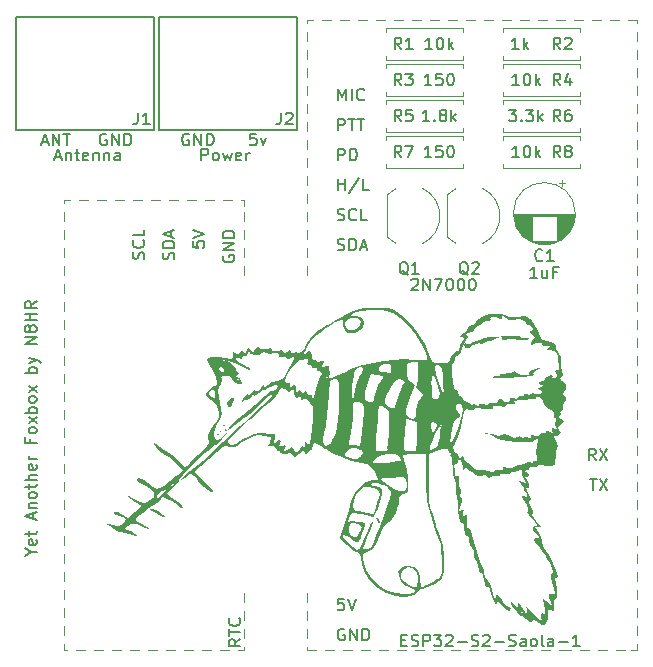
<source format=gbr>
G04 #@! TF.GenerationSoftware,KiCad,Pcbnew,6.0.9+dfsg-1*
G04 #@! TF.CreationDate,2023-03-25T11:37:50-04:00*
G04 #@! TF.ProjectId,fox,666f782e-6b69-4636-9164-5f7063625858,v3.1*
G04 #@! TF.SameCoordinates,Original*
G04 #@! TF.FileFunction,Legend,Top*
G04 #@! TF.FilePolarity,Positive*
%FSLAX46Y46*%
G04 Gerber Fmt 4.6, Leading zero omitted, Abs format (unit mm)*
G04 Created by KiCad (PCBNEW 6.0.9+dfsg-1) date 2023-03-25 11:37:50*
%MOMM*%
%LPD*%
G01*
G04 APERTURE LIST*
%ADD10C,0.120000*%
%ADD11C,0.150000*%
%ADD12C,0.152400*%
G04 APERTURE END LIST*
D10*
X135382000Y-67818000D02*
X136144000Y-67818000D01*
X129540000Y-79502000D02*
X129540000Y-80264000D01*
X132334000Y-67818000D02*
X133096000Y-67818000D01*
X139954000Y-67818000D02*
X140716000Y-67818000D01*
X157480000Y-97790000D02*
X157480000Y-98552000D01*
X129540000Y-120904000D02*
X129540000Y-121158000D01*
X129540000Y-120142000D02*
X129540000Y-119380000D01*
X129540000Y-73406000D02*
X129540000Y-74168000D01*
X157480000Y-121158000D02*
X156972000Y-121158000D01*
X129540000Y-71882000D02*
X129540000Y-72644000D01*
X137922000Y-121158000D02*
X137160000Y-121158000D01*
X129540000Y-74930000D02*
X129540000Y-75692000D01*
X157480000Y-120650000D02*
X157480000Y-121158000D01*
X129540000Y-68834000D02*
X129540000Y-69596000D01*
X141478000Y-67818000D02*
X142240000Y-67818000D01*
X157480000Y-87122000D02*
X157480000Y-87884000D01*
X129540000Y-117094000D02*
X129540000Y-116332000D01*
X157480000Y-105410000D02*
X157480000Y-106172000D01*
X157480000Y-109982000D02*
X157480000Y-110744000D01*
X136398000Y-121158000D02*
X135636000Y-121158000D01*
X157480000Y-93218000D02*
X157480000Y-93980000D01*
X157480000Y-82550000D02*
X157480000Y-83312000D01*
X148590000Y-121158000D02*
X147828000Y-121158000D01*
X157480000Y-113030000D02*
X157480000Y-113792000D01*
X157480000Y-73406000D02*
X157480000Y-74168000D01*
X157480000Y-119126000D02*
X157480000Y-119888000D01*
X157480000Y-88646000D02*
X157480000Y-89408000D01*
X144018000Y-121158000D02*
X143256000Y-121158000D01*
X147066000Y-121158000D02*
X146304000Y-121158000D01*
X151892000Y-121158000D02*
X150876000Y-121158000D01*
X157480000Y-90170000D02*
X157480000Y-90932000D01*
X157480000Y-103886000D02*
X157480000Y-104648000D01*
X157480000Y-70358000D02*
X157480000Y-71120000D01*
X139446000Y-121158000D02*
X138684000Y-121158000D01*
X153416000Y-121158000D02*
X152654000Y-121158000D01*
X157480000Y-76454000D02*
X157480000Y-77216000D01*
X140970000Y-121158000D02*
X140208000Y-121158000D01*
X149098000Y-67818000D02*
X149860000Y-67818000D01*
X136906000Y-67818000D02*
X137668000Y-67818000D01*
X130302000Y-121158000D02*
X129540000Y-121158000D01*
X146050000Y-67818000D02*
X146812000Y-67818000D01*
X157480000Y-68834000D02*
X157480000Y-69596000D01*
X129540000Y-82550000D02*
X129540000Y-83312000D01*
X129540000Y-76454000D02*
X129540000Y-77216000D01*
X129540000Y-81026000D02*
X129540000Y-81788000D01*
X157480000Y-81026000D02*
X157480000Y-81788000D01*
X129540000Y-67818000D02*
X130048000Y-67818000D01*
X157480000Y-91694000D02*
X157480000Y-92456000D01*
X154940000Y-121158000D02*
X154178000Y-121158000D01*
X157480000Y-84074000D02*
X157480000Y-84836000D01*
X157480000Y-102362000D02*
X157480000Y-103124000D01*
X129540000Y-70358000D02*
X129540000Y-71120000D01*
X157480000Y-77978000D02*
X157480000Y-78740000D01*
X131826000Y-121158000D02*
X131064000Y-121158000D01*
X157480000Y-100838000D02*
X157480000Y-101600000D01*
X157480000Y-114554000D02*
X157480000Y-115316000D01*
X150114000Y-121158000D02*
X149352000Y-121158000D01*
X157480000Y-74930000D02*
X157480000Y-75692000D01*
X133858000Y-67818000D02*
X134620000Y-67818000D01*
X142494000Y-121158000D02*
X141732000Y-121158000D01*
X157480000Y-96266000D02*
X157480000Y-97028000D01*
X157480000Y-111506000D02*
X157480000Y-112268000D01*
X157480000Y-94742000D02*
X157480000Y-95504000D01*
X130810000Y-67818000D02*
X131572000Y-67818000D01*
X157480000Y-79502000D02*
X157480000Y-80264000D01*
X143002000Y-67818000D02*
X143764000Y-67818000D01*
X155194000Y-67818000D02*
X155956000Y-67818000D01*
X133350000Y-121158000D02*
X132588000Y-121158000D01*
X129540000Y-77978000D02*
X129540000Y-78740000D01*
X129540000Y-68072000D02*
X129540000Y-67818000D01*
X134874000Y-121158000D02*
X134112000Y-121158000D01*
X129540000Y-87122000D02*
X129540000Y-87884000D01*
X157480000Y-116078000D02*
X157480000Y-116840000D01*
X157480000Y-85598000D02*
X157480000Y-86360000D01*
X129540000Y-84074000D02*
X129540000Y-84836000D01*
X157480000Y-99314000D02*
X157480000Y-100076000D01*
X129540000Y-118618000D02*
X129540000Y-117856000D01*
X153670000Y-67818000D02*
X154432000Y-67818000D01*
X157480000Y-106934000D02*
X157480000Y-107696000D01*
X156718000Y-67818000D02*
X157480000Y-67818000D01*
X145542000Y-121158000D02*
X144780000Y-121158000D01*
X157480000Y-117602000D02*
X157480000Y-118364000D01*
X147574000Y-67818000D02*
X148336000Y-67818000D01*
X152146000Y-67818000D02*
X152908000Y-67818000D01*
X150622000Y-67818000D02*
X151384000Y-67818000D01*
X129540000Y-88646000D02*
X129540000Y-89408000D01*
X138430000Y-67818000D02*
X139192000Y-67818000D01*
X157480000Y-71882000D02*
X157480000Y-72644000D01*
X144526000Y-67818000D02*
X145288000Y-67818000D01*
X157480000Y-68072000D02*
X157480000Y-67818000D01*
X129540000Y-85598000D02*
X129540000Y-86360000D01*
X157480000Y-108458000D02*
X157480000Y-109220000D01*
X156464000Y-121158000D02*
X155702000Y-121158000D01*
D11*
X137510190Y-120324571D02*
X137843523Y-120324571D01*
X137986380Y-120848380D02*
X137510190Y-120848380D01*
X137510190Y-119848380D01*
X137986380Y-119848380D01*
X138367333Y-120800761D02*
X138510190Y-120848380D01*
X138748285Y-120848380D01*
X138843523Y-120800761D01*
X138891142Y-120753142D01*
X138938761Y-120657904D01*
X138938761Y-120562666D01*
X138891142Y-120467428D01*
X138843523Y-120419809D01*
X138748285Y-120372190D01*
X138557809Y-120324571D01*
X138462571Y-120276952D01*
X138414952Y-120229333D01*
X138367333Y-120134095D01*
X138367333Y-120038857D01*
X138414952Y-119943619D01*
X138462571Y-119896000D01*
X138557809Y-119848380D01*
X138795904Y-119848380D01*
X138938761Y-119896000D01*
X139367333Y-120848380D02*
X139367333Y-119848380D01*
X139748285Y-119848380D01*
X139843523Y-119896000D01*
X139891142Y-119943619D01*
X139938761Y-120038857D01*
X139938761Y-120181714D01*
X139891142Y-120276952D01*
X139843523Y-120324571D01*
X139748285Y-120372190D01*
X139367333Y-120372190D01*
X140272095Y-119848380D02*
X140891142Y-119848380D01*
X140557809Y-120229333D01*
X140700666Y-120229333D01*
X140795904Y-120276952D01*
X140843523Y-120324571D01*
X140891142Y-120419809D01*
X140891142Y-120657904D01*
X140843523Y-120753142D01*
X140795904Y-120800761D01*
X140700666Y-120848380D01*
X140414952Y-120848380D01*
X140319714Y-120800761D01*
X140272095Y-120753142D01*
X141272095Y-119943619D02*
X141319714Y-119896000D01*
X141414952Y-119848380D01*
X141653047Y-119848380D01*
X141748285Y-119896000D01*
X141795904Y-119943619D01*
X141843523Y-120038857D01*
X141843523Y-120134095D01*
X141795904Y-120276952D01*
X141224476Y-120848380D01*
X141843523Y-120848380D01*
X142272095Y-120467428D02*
X143034000Y-120467428D01*
X143462571Y-120800761D02*
X143605428Y-120848380D01*
X143843523Y-120848380D01*
X143938761Y-120800761D01*
X143986380Y-120753142D01*
X144034000Y-120657904D01*
X144034000Y-120562666D01*
X143986380Y-120467428D01*
X143938761Y-120419809D01*
X143843523Y-120372190D01*
X143653047Y-120324571D01*
X143557809Y-120276952D01*
X143510190Y-120229333D01*
X143462571Y-120134095D01*
X143462571Y-120038857D01*
X143510190Y-119943619D01*
X143557809Y-119896000D01*
X143653047Y-119848380D01*
X143891142Y-119848380D01*
X144034000Y-119896000D01*
X144414952Y-119943619D02*
X144462571Y-119896000D01*
X144557809Y-119848380D01*
X144795904Y-119848380D01*
X144891142Y-119896000D01*
X144938761Y-119943619D01*
X144986380Y-120038857D01*
X144986380Y-120134095D01*
X144938761Y-120276952D01*
X144367333Y-120848380D01*
X144986380Y-120848380D01*
X145414952Y-120467428D02*
X146176857Y-120467428D01*
X146605428Y-120800761D02*
X146748285Y-120848380D01*
X146986380Y-120848380D01*
X147081619Y-120800761D01*
X147129238Y-120753142D01*
X147176857Y-120657904D01*
X147176857Y-120562666D01*
X147129238Y-120467428D01*
X147081619Y-120419809D01*
X146986380Y-120372190D01*
X146795904Y-120324571D01*
X146700666Y-120276952D01*
X146653047Y-120229333D01*
X146605428Y-120134095D01*
X146605428Y-120038857D01*
X146653047Y-119943619D01*
X146700666Y-119896000D01*
X146795904Y-119848380D01*
X147034000Y-119848380D01*
X147176857Y-119896000D01*
X148033999Y-120848380D02*
X148033999Y-120324571D01*
X147986380Y-120229333D01*
X147891142Y-120181714D01*
X147700666Y-120181714D01*
X147605428Y-120229333D01*
X148033999Y-120800761D02*
X147938761Y-120848380D01*
X147700666Y-120848380D01*
X147605428Y-120800761D01*
X147557809Y-120705523D01*
X147557809Y-120610285D01*
X147605428Y-120515047D01*
X147700666Y-120467428D01*
X147938761Y-120467428D01*
X148033999Y-120419809D01*
X148653047Y-120848380D02*
X148557809Y-120800761D01*
X148510190Y-120753142D01*
X148462571Y-120657904D01*
X148462571Y-120372190D01*
X148510190Y-120276952D01*
X148557809Y-120229333D01*
X148653047Y-120181714D01*
X148795904Y-120181714D01*
X148891142Y-120229333D01*
X148938761Y-120276952D01*
X148986380Y-120372190D01*
X148986380Y-120657904D01*
X148938761Y-120753142D01*
X148891142Y-120800761D01*
X148795904Y-120848380D01*
X148653047Y-120848380D01*
X149557809Y-120848380D02*
X149462571Y-120800761D01*
X149414952Y-120705523D01*
X149414952Y-119848380D01*
X150367333Y-120848380D02*
X150367333Y-120324571D01*
X150319714Y-120229333D01*
X150224476Y-120181714D01*
X150034000Y-120181714D01*
X149938761Y-120229333D01*
X150367333Y-120800761D02*
X150272095Y-120848380D01*
X150034000Y-120848380D01*
X149938761Y-120800761D01*
X149891142Y-120705523D01*
X149891142Y-120610285D01*
X149938761Y-120515047D01*
X150034000Y-120467428D01*
X150272095Y-120467428D01*
X150367333Y-120419809D01*
X150843523Y-120467428D02*
X151605428Y-120467428D01*
X152605428Y-120848380D02*
X152034000Y-120848380D01*
X152319714Y-120848380D02*
X152319714Y-119848380D01*
X152224476Y-119991238D01*
X152129238Y-120086476D01*
X152034000Y-120134095D01*
X153477452Y-106640380D02*
X154048880Y-106640380D01*
X153763166Y-107640380D02*
X153763166Y-106640380D01*
X154286976Y-106640380D02*
X154953642Y-107640380D01*
X154953642Y-106640380D02*
X154286976Y-107640380D01*
X106148190Y-112862000D02*
X106624380Y-112862000D01*
X105624380Y-113195333D02*
X106148190Y-112862000D01*
X105624380Y-112528666D01*
X106576761Y-111814380D02*
X106624380Y-111909619D01*
X106624380Y-112100095D01*
X106576761Y-112195333D01*
X106481523Y-112242952D01*
X106100571Y-112242952D01*
X106005333Y-112195333D01*
X105957714Y-112100095D01*
X105957714Y-111909619D01*
X106005333Y-111814380D01*
X106100571Y-111766761D01*
X106195809Y-111766761D01*
X106291047Y-112242952D01*
X105957714Y-111481047D02*
X105957714Y-111100095D01*
X105624380Y-111338190D02*
X106481523Y-111338190D01*
X106576761Y-111290571D01*
X106624380Y-111195333D01*
X106624380Y-111100095D01*
X106338666Y-110052476D02*
X106338666Y-109576285D01*
X106624380Y-110147714D02*
X105624380Y-109814380D01*
X106624380Y-109481047D01*
X105957714Y-109147714D02*
X106624380Y-109147714D01*
X106052952Y-109147714D02*
X106005333Y-109100095D01*
X105957714Y-109004857D01*
X105957714Y-108862000D01*
X106005333Y-108766761D01*
X106100571Y-108719142D01*
X106624380Y-108719142D01*
X106624380Y-108100095D02*
X106576761Y-108195333D01*
X106529142Y-108242952D01*
X106433904Y-108290571D01*
X106148190Y-108290571D01*
X106052952Y-108242952D01*
X106005333Y-108195333D01*
X105957714Y-108100095D01*
X105957714Y-107957238D01*
X106005333Y-107862000D01*
X106052952Y-107814380D01*
X106148190Y-107766761D01*
X106433904Y-107766761D01*
X106529142Y-107814380D01*
X106576761Y-107862000D01*
X106624380Y-107957238D01*
X106624380Y-108100095D01*
X105957714Y-107481047D02*
X105957714Y-107100095D01*
X105624380Y-107338190D02*
X106481523Y-107338190D01*
X106576761Y-107290571D01*
X106624380Y-107195333D01*
X106624380Y-107100095D01*
X106624380Y-106766761D02*
X105624380Y-106766761D01*
X106624380Y-106338190D02*
X106100571Y-106338190D01*
X106005333Y-106385809D01*
X105957714Y-106481047D01*
X105957714Y-106623904D01*
X106005333Y-106719142D01*
X106052952Y-106766761D01*
X106576761Y-105481047D02*
X106624380Y-105576285D01*
X106624380Y-105766761D01*
X106576761Y-105862000D01*
X106481523Y-105909619D01*
X106100571Y-105909619D01*
X106005333Y-105862000D01*
X105957714Y-105766761D01*
X105957714Y-105576285D01*
X106005333Y-105481047D01*
X106100571Y-105433428D01*
X106195809Y-105433428D01*
X106291047Y-105909619D01*
X106624380Y-105004857D02*
X105957714Y-105004857D01*
X106148190Y-105004857D02*
X106052952Y-104957238D01*
X106005333Y-104909619D01*
X105957714Y-104814380D01*
X105957714Y-104719142D01*
X106100571Y-103290571D02*
X106100571Y-103623904D01*
X106624380Y-103623904D02*
X105624380Y-103623904D01*
X105624380Y-103147714D01*
X106624380Y-102623904D02*
X106576761Y-102719142D01*
X106529142Y-102766761D01*
X106433904Y-102814380D01*
X106148190Y-102814380D01*
X106052952Y-102766761D01*
X106005333Y-102719142D01*
X105957714Y-102623904D01*
X105957714Y-102481047D01*
X106005333Y-102385809D01*
X106052952Y-102338190D01*
X106148190Y-102290571D01*
X106433904Y-102290571D01*
X106529142Y-102338190D01*
X106576761Y-102385809D01*
X106624380Y-102481047D01*
X106624380Y-102623904D01*
X106624380Y-101957238D02*
X105957714Y-101433428D01*
X105957714Y-101957238D02*
X106624380Y-101433428D01*
X106624380Y-101052476D02*
X105624380Y-101052476D01*
X106005333Y-101052476D02*
X105957714Y-100957238D01*
X105957714Y-100766761D01*
X106005333Y-100671523D01*
X106052952Y-100623904D01*
X106148190Y-100576285D01*
X106433904Y-100576285D01*
X106529142Y-100623904D01*
X106576761Y-100671523D01*
X106624380Y-100766761D01*
X106624380Y-100957238D01*
X106576761Y-101052476D01*
X106624380Y-100004857D02*
X106576761Y-100100095D01*
X106529142Y-100147714D01*
X106433904Y-100195333D01*
X106148190Y-100195333D01*
X106052952Y-100147714D01*
X106005333Y-100100095D01*
X105957714Y-100004857D01*
X105957714Y-99862000D01*
X106005333Y-99766761D01*
X106052952Y-99719142D01*
X106148190Y-99671523D01*
X106433904Y-99671523D01*
X106529142Y-99719142D01*
X106576761Y-99766761D01*
X106624380Y-99862000D01*
X106624380Y-100004857D01*
X106624380Y-99338190D02*
X105957714Y-98814380D01*
X105957714Y-99338190D02*
X106624380Y-98814380D01*
X106624380Y-97671523D02*
X105624380Y-97671523D01*
X106005333Y-97671523D02*
X105957714Y-97576285D01*
X105957714Y-97385809D01*
X106005333Y-97290571D01*
X106052952Y-97242952D01*
X106148190Y-97195333D01*
X106433904Y-97195333D01*
X106529142Y-97242952D01*
X106576761Y-97290571D01*
X106624380Y-97385809D01*
X106624380Y-97576285D01*
X106576761Y-97671523D01*
X105957714Y-96862000D02*
X106624380Y-96623904D01*
X105957714Y-96385809D02*
X106624380Y-96623904D01*
X106862476Y-96719142D01*
X106910095Y-96766761D01*
X106957714Y-96862000D01*
X106624380Y-95242952D02*
X105624380Y-95242952D01*
X106624380Y-94671523D01*
X105624380Y-94671523D01*
X106052952Y-94052476D02*
X106005333Y-94147714D01*
X105957714Y-94195333D01*
X105862476Y-94242952D01*
X105814857Y-94242952D01*
X105719619Y-94195333D01*
X105672000Y-94147714D01*
X105624380Y-94052476D01*
X105624380Y-93862000D01*
X105672000Y-93766761D01*
X105719619Y-93719142D01*
X105814857Y-93671523D01*
X105862476Y-93671523D01*
X105957714Y-93719142D01*
X106005333Y-93766761D01*
X106052952Y-93862000D01*
X106052952Y-94052476D01*
X106100571Y-94147714D01*
X106148190Y-94195333D01*
X106243428Y-94242952D01*
X106433904Y-94242952D01*
X106529142Y-94195333D01*
X106576761Y-94147714D01*
X106624380Y-94052476D01*
X106624380Y-93862000D01*
X106576761Y-93766761D01*
X106529142Y-93719142D01*
X106433904Y-93671523D01*
X106243428Y-93671523D01*
X106148190Y-93719142D01*
X106100571Y-93766761D01*
X106052952Y-93862000D01*
X106624380Y-93242952D02*
X105624380Y-93242952D01*
X106100571Y-93242952D02*
X106100571Y-92671523D01*
X106624380Y-92671523D02*
X105624380Y-92671523D01*
X106624380Y-91623904D02*
X106148190Y-91957238D01*
X106624380Y-92195333D02*
X105624380Y-92195333D01*
X105624380Y-91814380D01*
X105672000Y-91719142D01*
X105719619Y-91671523D01*
X105814857Y-91623904D01*
X105957714Y-91623904D01*
X106052952Y-91671523D01*
X106100571Y-91719142D01*
X106148190Y-91814380D01*
X106148190Y-92195333D01*
X107064942Y-78144666D02*
X107541133Y-78144666D01*
X106969704Y-78430380D02*
X107303038Y-77430380D01*
X107636371Y-78430380D01*
X107969704Y-78430380D02*
X107969704Y-77430380D01*
X108541133Y-78430380D01*
X108541133Y-77430380D01*
X108874466Y-77430380D02*
X109445895Y-77430380D01*
X109160180Y-78430380D02*
X109160180Y-77430380D01*
X132161595Y-82240380D02*
X132161595Y-81240380D01*
X132161595Y-81716571D02*
X132733023Y-81716571D01*
X132733023Y-82240380D02*
X132733023Y-81240380D01*
X133923500Y-81192761D02*
X133066357Y-82478476D01*
X134733023Y-82240380D02*
X134256833Y-82240380D01*
X134256833Y-81240380D01*
X132637785Y-116800380D02*
X132161595Y-116800380D01*
X132113976Y-117276571D01*
X132161595Y-117228952D01*
X132256833Y-117181333D01*
X132494928Y-117181333D01*
X132590166Y-117228952D01*
X132637785Y-117276571D01*
X132685404Y-117371809D01*
X132685404Y-117609904D01*
X132637785Y-117705142D01*
X132590166Y-117752761D01*
X132494928Y-117800380D01*
X132256833Y-117800380D01*
X132161595Y-117752761D01*
X132113976Y-117705142D01*
X132971119Y-116800380D02*
X133304452Y-117800380D01*
X133637785Y-116800380D01*
X112525895Y-77478000D02*
X112430657Y-77430380D01*
X112287800Y-77430380D01*
X112144942Y-77478000D01*
X112049704Y-77573238D01*
X112002085Y-77668476D01*
X111954466Y-77858952D01*
X111954466Y-78001809D01*
X112002085Y-78192285D01*
X112049704Y-78287523D01*
X112144942Y-78382761D01*
X112287800Y-78430380D01*
X112383038Y-78430380D01*
X112525895Y-78382761D01*
X112573514Y-78335142D01*
X112573514Y-78001809D01*
X112383038Y-78001809D01*
X113002085Y-78430380D02*
X113002085Y-77430380D01*
X113573514Y-78430380D01*
X113573514Y-77430380D01*
X114049704Y-78430380D02*
X114049704Y-77430380D01*
X114287800Y-77430380D01*
X114430657Y-77478000D01*
X114525895Y-77573238D01*
X114573514Y-77668476D01*
X114621133Y-77858952D01*
X114621133Y-78001809D01*
X114573514Y-78192285D01*
X114525895Y-78287523D01*
X114430657Y-78382761D01*
X114287800Y-78430380D01*
X114049704Y-78430380D01*
X132685404Y-119388000D02*
X132590166Y-119340380D01*
X132447309Y-119340380D01*
X132304452Y-119388000D01*
X132209214Y-119483238D01*
X132161595Y-119578476D01*
X132113976Y-119768952D01*
X132113976Y-119911809D01*
X132161595Y-120102285D01*
X132209214Y-120197523D01*
X132304452Y-120292761D01*
X132447309Y-120340380D01*
X132542547Y-120340380D01*
X132685404Y-120292761D01*
X132733023Y-120245142D01*
X132733023Y-119911809D01*
X132542547Y-119911809D01*
X133161595Y-120340380D02*
X133161595Y-119340380D01*
X133733023Y-120340380D01*
X133733023Y-119340380D01*
X134209214Y-120340380D02*
X134209214Y-119340380D01*
X134447309Y-119340380D01*
X134590166Y-119388000D01*
X134685404Y-119483238D01*
X134733023Y-119578476D01*
X134780642Y-119768952D01*
X134780642Y-119911809D01*
X134733023Y-120102285D01*
X134685404Y-120197523D01*
X134590166Y-120292761D01*
X134447309Y-120340380D01*
X134209214Y-120340380D01*
X119507095Y-77478000D02*
X119411857Y-77430380D01*
X119269000Y-77430380D01*
X119126142Y-77478000D01*
X119030904Y-77573238D01*
X118983285Y-77668476D01*
X118935666Y-77858952D01*
X118935666Y-78001809D01*
X118983285Y-78192285D01*
X119030904Y-78287523D01*
X119126142Y-78382761D01*
X119269000Y-78430380D01*
X119364238Y-78430380D01*
X119507095Y-78382761D01*
X119554714Y-78335142D01*
X119554714Y-78001809D01*
X119364238Y-78001809D01*
X119983285Y-78430380D02*
X119983285Y-77430380D01*
X120554714Y-78430380D01*
X120554714Y-77430380D01*
X121030904Y-78430380D02*
X121030904Y-77430380D01*
X121269000Y-77430380D01*
X121411857Y-77478000D01*
X121507095Y-77573238D01*
X121554714Y-77668476D01*
X121602333Y-77858952D01*
X121602333Y-78001809D01*
X121554714Y-78192285D01*
X121507095Y-78287523D01*
X121411857Y-78382761D01*
X121269000Y-78430380D01*
X121030904Y-78430380D01*
X125206142Y-77430380D02*
X124729952Y-77430380D01*
X124682333Y-77906571D01*
X124729952Y-77858952D01*
X124825190Y-77811333D01*
X125063285Y-77811333D01*
X125158523Y-77858952D01*
X125206142Y-77906571D01*
X125253761Y-78001809D01*
X125253761Y-78239904D01*
X125206142Y-78335142D01*
X125158523Y-78382761D01*
X125063285Y-78430380D01*
X124825190Y-78430380D01*
X124729952Y-78382761D01*
X124682333Y-78335142D01*
X125587095Y-77763714D02*
X125825190Y-78430380D01*
X126063285Y-77763714D01*
X132161595Y-77160380D02*
X132161595Y-76160380D01*
X132542547Y-76160380D01*
X132637785Y-76208000D01*
X132685404Y-76255619D01*
X132733023Y-76350857D01*
X132733023Y-76493714D01*
X132685404Y-76588952D01*
X132637785Y-76636571D01*
X132542547Y-76684190D01*
X132161595Y-76684190D01*
X133018738Y-76160380D02*
X133590166Y-76160380D01*
X133304452Y-77160380D02*
X133304452Y-76160380D01*
X133780642Y-76160380D02*
X134352071Y-76160380D01*
X134066357Y-77160380D02*
X134066357Y-76160380D01*
X132161595Y-74620380D02*
X132161595Y-73620380D01*
X132494928Y-74334666D01*
X132828261Y-73620380D01*
X132828261Y-74620380D01*
X133304452Y-74620380D02*
X133304452Y-73620380D01*
X134352071Y-74525142D02*
X134304452Y-74572761D01*
X134161595Y-74620380D01*
X134066357Y-74620380D01*
X133923500Y-74572761D01*
X133828261Y-74477523D01*
X133780642Y-74382285D01*
X133733023Y-74191809D01*
X133733023Y-74048952D01*
X133780642Y-73858476D01*
X133828261Y-73763238D01*
X133923500Y-73668000D01*
X134066357Y-73620380D01*
X134161595Y-73620380D01*
X134304452Y-73668000D01*
X134352071Y-73715619D01*
X132113976Y-87272761D02*
X132256833Y-87320380D01*
X132494928Y-87320380D01*
X132590166Y-87272761D01*
X132637785Y-87225142D01*
X132685404Y-87129904D01*
X132685404Y-87034666D01*
X132637785Y-86939428D01*
X132590166Y-86891809D01*
X132494928Y-86844190D01*
X132304452Y-86796571D01*
X132209214Y-86748952D01*
X132161595Y-86701333D01*
X132113976Y-86606095D01*
X132113976Y-86510857D01*
X132161595Y-86415619D01*
X132209214Y-86368000D01*
X132304452Y-86320380D01*
X132542547Y-86320380D01*
X132685404Y-86368000D01*
X133113976Y-87320380D02*
X133113976Y-86320380D01*
X133352071Y-86320380D01*
X133494928Y-86368000D01*
X133590166Y-86463238D01*
X133637785Y-86558476D01*
X133685404Y-86748952D01*
X133685404Y-86891809D01*
X133637785Y-87082285D01*
X133590166Y-87177523D01*
X133494928Y-87272761D01*
X133352071Y-87320380D01*
X133113976Y-87320380D01*
X134066357Y-87034666D02*
X134542547Y-87034666D01*
X133971119Y-87320380D02*
X134304452Y-86320380D01*
X134637785Y-87320380D01*
X153953642Y-105100380D02*
X153620309Y-104624190D01*
X153382214Y-105100380D02*
X153382214Y-104100380D01*
X153763166Y-104100380D01*
X153858404Y-104148000D01*
X153906023Y-104195619D01*
X153953642Y-104290857D01*
X153953642Y-104433714D01*
X153906023Y-104528952D01*
X153858404Y-104576571D01*
X153763166Y-104624190D01*
X153382214Y-104624190D01*
X154286976Y-104100380D02*
X154953642Y-105100380D01*
X154953642Y-104100380D02*
X154286976Y-105100380D01*
X132113976Y-84732761D02*
X132256833Y-84780380D01*
X132494928Y-84780380D01*
X132590166Y-84732761D01*
X132637785Y-84685142D01*
X132685404Y-84589904D01*
X132685404Y-84494666D01*
X132637785Y-84399428D01*
X132590166Y-84351809D01*
X132494928Y-84304190D01*
X132304452Y-84256571D01*
X132209214Y-84208952D01*
X132161595Y-84161333D01*
X132113976Y-84066095D01*
X132113976Y-83970857D01*
X132161595Y-83875619D01*
X132209214Y-83828000D01*
X132304452Y-83780380D01*
X132542547Y-83780380D01*
X132685404Y-83828000D01*
X133685404Y-84685142D02*
X133637785Y-84732761D01*
X133494928Y-84780380D01*
X133399690Y-84780380D01*
X133256833Y-84732761D01*
X133161595Y-84637523D01*
X133113976Y-84542285D01*
X133066357Y-84351809D01*
X133066357Y-84208952D01*
X133113976Y-84018476D01*
X133161595Y-83923238D01*
X133256833Y-83828000D01*
X133399690Y-83780380D01*
X133494928Y-83780380D01*
X133637785Y-83828000D01*
X133685404Y-83875619D01*
X134590166Y-84780380D02*
X134113976Y-84780380D01*
X134113976Y-83780380D01*
X132161595Y-79700380D02*
X132161595Y-78700380D01*
X132542547Y-78700380D01*
X132637785Y-78748000D01*
X132685404Y-78795619D01*
X132733023Y-78890857D01*
X132733023Y-79033714D01*
X132685404Y-79128952D01*
X132637785Y-79176571D01*
X132542547Y-79224190D01*
X132161595Y-79224190D01*
X133161595Y-79700380D02*
X133161595Y-78700380D01*
X133399690Y-78700380D01*
X133542547Y-78748000D01*
X133637785Y-78843238D01*
X133685404Y-78938476D01*
X133733023Y-79128952D01*
X133733023Y-79271809D01*
X133685404Y-79462285D01*
X133637785Y-79557523D01*
X133542547Y-79652761D01*
X133399690Y-79700380D01*
X133161595Y-79700380D01*
G04 #@! TO.C,R2*
X150963333Y-70302380D02*
X150630000Y-69826190D01*
X150391904Y-70302380D02*
X150391904Y-69302380D01*
X150772857Y-69302380D01*
X150868095Y-69350000D01*
X150915714Y-69397619D01*
X150963333Y-69492857D01*
X150963333Y-69635714D01*
X150915714Y-69730952D01*
X150868095Y-69778571D01*
X150772857Y-69826190D01*
X150391904Y-69826190D01*
X151344285Y-69397619D02*
X151391904Y-69350000D01*
X151487142Y-69302380D01*
X151725238Y-69302380D01*
X151820476Y-69350000D01*
X151868095Y-69397619D01*
X151915714Y-69492857D01*
X151915714Y-69588095D01*
X151868095Y-69730952D01*
X151296666Y-70302380D01*
X151915714Y-70302380D01*
X147454952Y-70302380D02*
X146883523Y-70302380D01*
X147169238Y-70302380D02*
X147169238Y-69302380D01*
X147074000Y-69445238D01*
X146978761Y-69540476D01*
X146883523Y-69588095D01*
X147883523Y-70302380D02*
X147883523Y-69302380D01*
X147978761Y-69921428D02*
X148264476Y-70302380D01*
X148264476Y-69635714D02*
X147883523Y-70016666D01*
G04 #@! TO.C,R3*
X137501333Y-73350380D02*
X137168000Y-72874190D01*
X136929904Y-73350380D02*
X136929904Y-72350380D01*
X137310857Y-72350380D01*
X137406095Y-72398000D01*
X137453714Y-72445619D01*
X137501333Y-72540857D01*
X137501333Y-72683714D01*
X137453714Y-72778952D01*
X137406095Y-72826571D01*
X137310857Y-72874190D01*
X136929904Y-72874190D01*
X137834666Y-72350380D02*
X138453714Y-72350380D01*
X138120380Y-72731333D01*
X138263238Y-72731333D01*
X138358476Y-72778952D01*
X138406095Y-72826571D01*
X138453714Y-72921809D01*
X138453714Y-73159904D01*
X138406095Y-73255142D01*
X138358476Y-73302761D01*
X138263238Y-73350380D01*
X137977523Y-73350380D01*
X137882285Y-73302761D01*
X137834666Y-73255142D01*
X140049333Y-73350380D02*
X139477904Y-73350380D01*
X139763619Y-73350380D02*
X139763619Y-72350380D01*
X139668380Y-72493238D01*
X139573142Y-72588476D01*
X139477904Y-72636095D01*
X140954095Y-72350380D02*
X140477904Y-72350380D01*
X140430285Y-72826571D01*
X140477904Y-72778952D01*
X140573142Y-72731333D01*
X140811238Y-72731333D01*
X140906476Y-72778952D01*
X140954095Y-72826571D01*
X141001714Y-72921809D01*
X141001714Y-73159904D01*
X140954095Y-73255142D01*
X140906476Y-73302761D01*
X140811238Y-73350380D01*
X140573142Y-73350380D01*
X140477904Y-73302761D01*
X140430285Y-73255142D01*
X141620761Y-72350380D02*
X141716000Y-72350380D01*
X141811238Y-72398000D01*
X141858857Y-72445619D01*
X141906476Y-72540857D01*
X141954095Y-72731333D01*
X141954095Y-72969428D01*
X141906476Y-73159904D01*
X141858857Y-73255142D01*
X141811238Y-73302761D01*
X141716000Y-73350380D01*
X141620761Y-73350380D01*
X141525523Y-73302761D01*
X141477904Y-73255142D01*
X141430285Y-73159904D01*
X141382666Y-72969428D01*
X141382666Y-72731333D01*
X141430285Y-72540857D01*
X141477904Y-72445619D01*
X141525523Y-72398000D01*
X141620761Y-72350380D01*
G04 #@! TO.C,R4*
X150963333Y-73350380D02*
X150630000Y-72874190D01*
X150391904Y-73350380D02*
X150391904Y-72350380D01*
X150772857Y-72350380D01*
X150868095Y-72398000D01*
X150915714Y-72445619D01*
X150963333Y-72540857D01*
X150963333Y-72683714D01*
X150915714Y-72778952D01*
X150868095Y-72826571D01*
X150772857Y-72874190D01*
X150391904Y-72874190D01*
X151820476Y-72683714D02*
X151820476Y-73350380D01*
X151582380Y-72302761D02*
X151344285Y-73017047D01*
X151963333Y-73017047D01*
X147486761Y-73350380D02*
X146915333Y-73350380D01*
X147201047Y-73350380D02*
X147201047Y-72350380D01*
X147105809Y-72493238D01*
X147010571Y-72588476D01*
X146915333Y-72636095D01*
X148105809Y-72350380D02*
X148201047Y-72350380D01*
X148296285Y-72398000D01*
X148343904Y-72445619D01*
X148391523Y-72540857D01*
X148439142Y-72731333D01*
X148439142Y-72969428D01*
X148391523Y-73159904D01*
X148343904Y-73255142D01*
X148296285Y-73302761D01*
X148201047Y-73350380D01*
X148105809Y-73350380D01*
X148010571Y-73302761D01*
X147962952Y-73255142D01*
X147915333Y-73159904D01*
X147867714Y-72969428D01*
X147867714Y-72731333D01*
X147915333Y-72540857D01*
X147962952Y-72445619D01*
X148010571Y-72398000D01*
X148105809Y-72350380D01*
X148867714Y-73350380D02*
X148867714Y-72350380D01*
X148962952Y-72969428D02*
X149248666Y-73350380D01*
X149248666Y-72683714D02*
X148867714Y-73064666D01*
G04 #@! TO.C,R5*
X137501333Y-76398380D02*
X137168000Y-75922190D01*
X136929904Y-76398380D02*
X136929904Y-75398380D01*
X137310857Y-75398380D01*
X137406095Y-75446000D01*
X137453714Y-75493619D01*
X137501333Y-75588857D01*
X137501333Y-75731714D01*
X137453714Y-75826952D01*
X137406095Y-75874571D01*
X137310857Y-75922190D01*
X136929904Y-75922190D01*
X138406095Y-75398380D02*
X137929904Y-75398380D01*
X137882285Y-75874571D01*
X137929904Y-75826952D01*
X138025142Y-75779333D01*
X138263238Y-75779333D01*
X138358476Y-75826952D01*
X138406095Y-75874571D01*
X138453714Y-75969809D01*
X138453714Y-76207904D01*
X138406095Y-76303142D01*
X138358476Y-76350761D01*
X138263238Y-76398380D01*
X138025142Y-76398380D01*
X137929904Y-76350761D01*
X137882285Y-76303142D01*
X139882666Y-76398380D02*
X139311238Y-76398380D01*
X139596952Y-76398380D02*
X139596952Y-75398380D01*
X139501714Y-75541238D01*
X139406476Y-75636476D01*
X139311238Y-75684095D01*
X140311238Y-76303142D02*
X140358857Y-76350761D01*
X140311238Y-76398380D01*
X140263619Y-76350761D01*
X140311238Y-76303142D01*
X140311238Y-76398380D01*
X140930285Y-75826952D02*
X140835047Y-75779333D01*
X140787428Y-75731714D01*
X140739809Y-75636476D01*
X140739809Y-75588857D01*
X140787428Y-75493619D01*
X140835047Y-75446000D01*
X140930285Y-75398380D01*
X141120761Y-75398380D01*
X141216000Y-75446000D01*
X141263619Y-75493619D01*
X141311238Y-75588857D01*
X141311238Y-75636476D01*
X141263619Y-75731714D01*
X141216000Y-75779333D01*
X141120761Y-75826952D01*
X140930285Y-75826952D01*
X140835047Y-75874571D01*
X140787428Y-75922190D01*
X140739809Y-76017428D01*
X140739809Y-76207904D01*
X140787428Y-76303142D01*
X140835047Y-76350761D01*
X140930285Y-76398380D01*
X141120761Y-76398380D01*
X141216000Y-76350761D01*
X141263619Y-76303142D01*
X141311238Y-76207904D01*
X141311238Y-76017428D01*
X141263619Y-75922190D01*
X141216000Y-75874571D01*
X141120761Y-75826952D01*
X141739809Y-76398380D02*
X141739809Y-75398380D01*
X141835047Y-76017428D02*
X142120761Y-76398380D01*
X142120761Y-75731714D02*
X141739809Y-76112666D01*
G04 #@! TO.C,R7*
X137501333Y-79446380D02*
X137168000Y-78970190D01*
X136929904Y-79446380D02*
X136929904Y-78446380D01*
X137310857Y-78446380D01*
X137406095Y-78494000D01*
X137453714Y-78541619D01*
X137501333Y-78636857D01*
X137501333Y-78779714D01*
X137453714Y-78874952D01*
X137406095Y-78922571D01*
X137310857Y-78970190D01*
X136929904Y-78970190D01*
X137834666Y-78446380D02*
X138501333Y-78446380D01*
X138072761Y-79446380D01*
X140049333Y-79446380D02*
X139477904Y-79446380D01*
X139763619Y-79446380D02*
X139763619Y-78446380D01*
X139668380Y-78589238D01*
X139573142Y-78684476D01*
X139477904Y-78732095D01*
X140954095Y-78446380D02*
X140477904Y-78446380D01*
X140430285Y-78922571D01*
X140477904Y-78874952D01*
X140573142Y-78827333D01*
X140811238Y-78827333D01*
X140906476Y-78874952D01*
X140954095Y-78922571D01*
X141001714Y-79017809D01*
X141001714Y-79255904D01*
X140954095Y-79351142D01*
X140906476Y-79398761D01*
X140811238Y-79446380D01*
X140573142Y-79446380D01*
X140477904Y-79398761D01*
X140430285Y-79351142D01*
X141620761Y-78446380D02*
X141716000Y-78446380D01*
X141811238Y-78494000D01*
X141858857Y-78541619D01*
X141906476Y-78636857D01*
X141954095Y-78827333D01*
X141954095Y-79065428D01*
X141906476Y-79255904D01*
X141858857Y-79351142D01*
X141811238Y-79398761D01*
X141716000Y-79446380D01*
X141620761Y-79446380D01*
X141525523Y-79398761D01*
X141477904Y-79351142D01*
X141430285Y-79255904D01*
X141382666Y-79065428D01*
X141382666Y-78827333D01*
X141430285Y-78636857D01*
X141477904Y-78541619D01*
X141525523Y-78494000D01*
X141620761Y-78446380D01*
G04 #@! TO.C,R8*
X150963333Y-79446380D02*
X150630000Y-78970190D01*
X150391904Y-79446380D02*
X150391904Y-78446380D01*
X150772857Y-78446380D01*
X150868095Y-78494000D01*
X150915714Y-78541619D01*
X150963333Y-78636857D01*
X150963333Y-78779714D01*
X150915714Y-78874952D01*
X150868095Y-78922571D01*
X150772857Y-78970190D01*
X150391904Y-78970190D01*
X151534761Y-78874952D02*
X151439523Y-78827333D01*
X151391904Y-78779714D01*
X151344285Y-78684476D01*
X151344285Y-78636857D01*
X151391904Y-78541619D01*
X151439523Y-78494000D01*
X151534761Y-78446380D01*
X151725238Y-78446380D01*
X151820476Y-78494000D01*
X151868095Y-78541619D01*
X151915714Y-78636857D01*
X151915714Y-78684476D01*
X151868095Y-78779714D01*
X151820476Y-78827333D01*
X151725238Y-78874952D01*
X151534761Y-78874952D01*
X151439523Y-78922571D01*
X151391904Y-78970190D01*
X151344285Y-79065428D01*
X151344285Y-79255904D01*
X151391904Y-79351142D01*
X151439523Y-79398761D01*
X151534761Y-79446380D01*
X151725238Y-79446380D01*
X151820476Y-79398761D01*
X151868095Y-79351142D01*
X151915714Y-79255904D01*
X151915714Y-79065428D01*
X151868095Y-78970190D01*
X151820476Y-78922571D01*
X151725238Y-78874952D01*
X147486761Y-79446380D02*
X146915333Y-79446380D01*
X147201047Y-79446380D02*
X147201047Y-78446380D01*
X147105809Y-78589238D01*
X147010571Y-78684476D01*
X146915333Y-78732095D01*
X148105809Y-78446380D02*
X148201047Y-78446380D01*
X148296285Y-78494000D01*
X148343904Y-78541619D01*
X148391523Y-78636857D01*
X148439142Y-78827333D01*
X148439142Y-79065428D01*
X148391523Y-79255904D01*
X148343904Y-79351142D01*
X148296285Y-79398761D01*
X148201047Y-79446380D01*
X148105809Y-79446380D01*
X148010571Y-79398761D01*
X147962952Y-79351142D01*
X147915333Y-79255904D01*
X147867714Y-79065428D01*
X147867714Y-78827333D01*
X147915333Y-78636857D01*
X147962952Y-78541619D01*
X148010571Y-78494000D01*
X148105809Y-78446380D01*
X148867714Y-79446380D02*
X148867714Y-78446380D01*
X148962952Y-79065428D02*
X149248666Y-79446380D01*
X149248666Y-78779714D02*
X148867714Y-79160666D01*
G04 #@! TO.C,R1*
X137501333Y-70302380D02*
X137168000Y-69826190D01*
X136929904Y-70302380D02*
X136929904Y-69302380D01*
X137310857Y-69302380D01*
X137406095Y-69350000D01*
X137453714Y-69397619D01*
X137501333Y-69492857D01*
X137501333Y-69635714D01*
X137453714Y-69730952D01*
X137406095Y-69778571D01*
X137310857Y-69826190D01*
X136929904Y-69826190D01*
X138453714Y-70302380D02*
X137882285Y-70302380D01*
X138168000Y-70302380D02*
X138168000Y-69302380D01*
X138072761Y-69445238D01*
X137977523Y-69540476D01*
X137882285Y-69588095D01*
X140120761Y-70302380D02*
X139549333Y-70302380D01*
X139835047Y-70302380D02*
X139835047Y-69302380D01*
X139739809Y-69445238D01*
X139644571Y-69540476D01*
X139549333Y-69588095D01*
X140739809Y-69302380D02*
X140835047Y-69302380D01*
X140930285Y-69350000D01*
X140977904Y-69397619D01*
X141025523Y-69492857D01*
X141073142Y-69683333D01*
X141073142Y-69921428D01*
X141025523Y-70111904D01*
X140977904Y-70207142D01*
X140930285Y-70254761D01*
X140835047Y-70302380D01*
X140739809Y-70302380D01*
X140644571Y-70254761D01*
X140596952Y-70207142D01*
X140549333Y-70111904D01*
X140501714Y-69921428D01*
X140501714Y-69683333D01*
X140549333Y-69492857D01*
X140596952Y-69397619D01*
X140644571Y-69350000D01*
X140739809Y-69302380D01*
X141501714Y-70302380D02*
X141501714Y-69302380D01*
X141596952Y-69921428D02*
X141882666Y-70302380D01*
X141882666Y-69635714D02*
X141501714Y-70016666D01*
G04 #@! TO.C,R6*
X150963333Y-76398380D02*
X150630000Y-75922190D01*
X150391904Y-76398380D02*
X150391904Y-75398380D01*
X150772857Y-75398380D01*
X150868095Y-75446000D01*
X150915714Y-75493619D01*
X150963333Y-75588857D01*
X150963333Y-75731714D01*
X150915714Y-75826952D01*
X150868095Y-75874571D01*
X150772857Y-75922190D01*
X150391904Y-75922190D01*
X151820476Y-75398380D02*
X151630000Y-75398380D01*
X151534761Y-75446000D01*
X151487142Y-75493619D01*
X151391904Y-75636476D01*
X151344285Y-75826952D01*
X151344285Y-76207904D01*
X151391904Y-76303142D01*
X151439523Y-76350761D01*
X151534761Y-76398380D01*
X151725238Y-76398380D01*
X151820476Y-76350761D01*
X151868095Y-76303142D01*
X151915714Y-76207904D01*
X151915714Y-75969809D01*
X151868095Y-75874571D01*
X151820476Y-75826952D01*
X151725238Y-75779333D01*
X151534761Y-75779333D01*
X151439523Y-75826952D01*
X151391904Y-75874571D01*
X151344285Y-75969809D01*
X146629619Y-75398380D02*
X147248666Y-75398380D01*
X146915333Y-75779333D01*
X147058190Y-75779333D01*
X147153428Y-75826952D01*
X147201047Y-75874571D01*
X147248666Y-75969809D01*
X147248666Y-76207904D01*
X147201047Y-76303142D01*
X147153428Y-76350761D01*
X147058190Y-76398380D01*
X146772476Y-76398380D01*
X146677238Y-76350761D01*
X146629619Y-76303142D01*
X147677238Y-76303142D02*
X147724857Y-76350761D01*
X147677238Y-76398380D01*
X147629619Y-76350761D01*
X147677238Y-76303142D01*
X147677238Y-76398380D01*
X148058190Y-75398380D02*
X148677238Y-75398380D01*
X148343904Y-75779333D01*
X148486761Y-75779333D01*
X148582000Y-75826952D01*
X148629619Y-75874571D01*
X148677238Y-75969809D01*
X148677238Y-76207904D01*
X148629619Y-76303142D01*
X148582000Y-76350761D01*
X148486761Y-76398380D01*
X148201047Y-76398380D01*
X148105809Y-76350761D01*
X148058190Y-76303142D01*
X149105809Y-76398380D02*
X149105809Y-75398380D01*
X149201047Y-76017428D02*
X149486761Y-76398380D01*
X149486761Y-75731714D02*
X149105809Y-76112666D01*
G04 #@! TO.C,J2*
X127301666Y-75652380D02*
X127301666Y-76366666D01*
X127254047Y-76509523D01*
X127158809Y-76604761D01*
X127015952Y-76652380D01*
X126920714Y-76652380D01*
X127730238Y-75747619D02*
X127777857Y-75700000D01*
X127873095Y-75652380D01*
X128111190Y-75652380D01*
X128206428Y-75700000D01*
X128254047Y-75747619D01*
X128301666Y-75842857D01*
X128301666Y-75938095D01*
X128254047Y-76080952D01*
X127682619Y-76652380D01*
X128301666Y-76652380D01*
X120578809Y-79700380D02*
X120578809Y-78700380D01*
X120959761Y-78700380D01*
X121055000Y-78748000D01*
X121102619Y-78795619D01*
X121150238Y-78890857D01*
X121150238Y-79033714D01*
X121102619Y-79128952D01*
X121055000Y-79176571D01*
X120959761Y-79224190D01*
X120578809Y-79224190D01*
X121721666Y-79700380D02*
X121626428Y-79652761D01*
X121578809Y-79605142D01*
X121531190Y-79509904D01*
X121531190Y-79224190D01*
X121578809Y-79128952D01*
X121626428Y-79081333D01*
X121721666Y-79033714D01*
X121864523Y-79033714D01*
X121959761Y-79081333D01*
X122007380Y-79128952D01*
X122055000Y-79224190D01*
X122055000Y-79509904D01*
X122007380Y-79605142D01*
X121959761Y-79652761D01*
X121864523Y-79700380D01*
X121721666Y-79700380D01*
X122388333Y-79033714D02*
X122578809Y-79700380D01*
X122769285Y-79224190D01*
X122959761Y-79700380D01*
X123150238Y-79033714D01*
X123912142Y-79652761D02*
X123816904Y-79700380D01*
X123626428Y-79700380D01*
X123531190Y-79652761D01*
X123483571Y-79557523D01*
X123483571Y-79176571D01*
X123531190Y-79081333D01*
X123626428Y-79033714D01*
X123816904Y-79033714D01*
X123912142Y-79081333D01*
X123959761Y-79176571D01*
X123959761Y-79271809D01*
X123483571Y-79367047D01*
X124388333Y-79700380D02*
X124388333Y-79033714D01*
X124388333Y-79224190D02*
X124435952Y-79128952D01*
X124483571Y-79081333D01*
X124578809Y-79033714D01*
X124674047Y-79033714D01*
G04 #@! TO.C,C1*
X149439333Y-88128230D02*
X149391714Y-88175849D01*
X149248857Y-88223468D01*
X149153619Y-88223468D01*
X149010761Y-88175849D01*
X148915523Y-88080611D01*
X148867904Y-87985373D01*
X148820285Y-87794897D01*
X148820285Y-87652040D01*
X148867904Y-87461564D01*
X148915523Y-87366326D01*
X149010761Y-87271088D01*
X149153619Y-87223468D01*
X149248857Y-87223468D01*
X149391714Y-87271088D01*
X149439333Y-87318707D01*
X150391714Y-88223468D02*
X149820285Y-88223468D01*
X150106000Y-88223468D02*
X150106000Y-87223468D01*
X150010761Y-87366326D01*
X149915523Y-87461564D01*
X149820285Y-87509183D01*
X149010761Y-89682580D02*
X148439333Y-89682580D01*
X148725047Y-89682580D02*
X148725047Y-88682580D01*
X148629809Y-88825438D01*
X148534571Y-88920676D01*
X148439333Y-88968295D01*
X149867904Y-89015914D02*
X149867904Y-89682580D01*
X149439333Y-89015914D02*
X149439333Y-89539723D01*
X149486952Y-89634961D01*
X149582190Y-89682580D01*
X149725047Y-89682580D01*
X149820285Y-89634961D01*
X149867904Y-89587342D01*
X150677428Y-89158771D02*
X150344095Y-89158771D01*
X150344095Y-89682580D02*
X150344095Y-88682580D01*
X150820285Y-88682580D01*
G04 #@! TO.C,Q1*
X138080761Y-89396819D02*
X137985523Y-89349200D01*
X137890285Y-89253961D01*
X137747428Y-89111104D01*
X137652190Y-89063485D01*
X137556952Y-89063485D01*
X137604571Y-89301580D02*
X137509333Y-89253961D01*
X137414095Y-89158723D01*
X137366476Y-88968247D01*
X137366476Y-88634914D01*
X137414095Y-88444438D01*
X137509333Y-88349200D01*
X137604571Y-88301580D01*
X137795047Y-88301580D01*
X137890285Y-88349200D01*
X137985523Y-88444438D01*
X138033142Y-88634914D01*
X138033142Y-88968247D01*
X137985523Y-89158723D01*
X137890285Y-89253961D01*
X137795047Y-89301580D01*
X137604571Y-89301580D01*
X138985523Y-89301580D02*
X138414095Y-89301580D01*
X138699809Y-89301580D02*
X138699809Y-88301580D01*
X138604571Y-88444438D01*
X138509333Y-88539676D01*
X138414095Y-88587295D01*
X138361714Y-89793819D02*
X138409333Y-89746200D01*
X138504571Y-89698580D01*
X138742666Y-89698580D01*
X138837904Y-89746200D01*
X138885523Y-89793819D01*
X138933142Y-89889057D01*
X138933142Y-89984295D01*
X138885523Y-90127152D01*
X138314095Y-90698580D01*
X138933142Y-90698580D01*
X139361714Y-90698580D02*
X139361714Y-89698580D01*
X139933142Y-90698580D01*
X139933142Y-89698580D01*
X140314095Y-89698580D02*
X140980761Y-89698580D01*
X140552190Y-90698580D01*
X141552190Y-89698580D02*
X141647428Y-89698580D01*
X141742666Y-89746200D01*
X141790285Y-89793819D01*
X141837904Y-89889057D01*
X141885523Y-90079533D01*
X141885523Y-90317628D01*
X141837904Y-90508104D01*
X141790285Y-90603342D01*
X141742666Y-90650961D01*
X141647428Y-90698580D01*
X141552190Y-90698580D01*
X141456952Y-90650961D01*
X141409333Y-90603342D01*
X141361714Y-90508104D01*
X141314095Y-90317628D01*
X141314095Y-90079533D01*
X141361714Y-89889057D01*
X141409333Y-89793819D01*
X141456952Y-89746200D01*
X141552190Y-89698580D01*
X142504571Y-89698580D02*
X142599809Y-89698580D01*
X142695047Y-89746200D01*
X142742666Y-89793819D01*
X142790285Y-89889057D01*
X142837904Y-90079533D01*
X142837904Y-90317628D01*
X142790285Y-90508104D01*
X142742666Y-90603342D01*
X142695047Y-90650961D01*
X142599809Y-90698580D01*
X142504571Y-90698580D01*
X142409333Y-90650961D01*
X142361714Y-90603342D01*
X142314095Y-90508104D01*
X142266476Y-90317628D01*
X142266476Y-90079533D01*
X142314095Y-89889057D01*
X142361714Y-89793819D01*
X142409333Y-89746200D01*
X142504571Y-89698580D01*
X143456952Y-89698580D02*
X143552190Y-89698580D01*
X143647428Y-89746200D01*
X143695047Y-89793819D01*
X143742666Y-89889057D01*
X143790285Y-90079533D01*
X143790285Y-90317628D01*
X143742666Y-90508104D01*
X143695047Y-90603342D01*
X143647428Y-90650961D01*
X143552190Y-90698580D01*
X143456952Y-90698580D01*
X143361714Y-90650961D01*
X143314095Y-90603342D01*
X143266476Y-90508104D01*
X143218857Y-90317628D01*
X143218857Y-90079533D01*
X143266476Y-89889057D01*
X143314095Y-89793819D01*
X143361714Y-89746200D01*
X143456952Y-89698580D01*
G04 #@! TO.C,Q2*
X143160761Y-89396819D02*
X143065523Y-89349200D01*
X142970285Y-89253961D01*
X142827428Y-89111104D01*
X142732190Y-89063485D01*
X142636952Y-89063485D01*
X142684571Y-89301580D02*
X142589333Y-89253961D01*
X142494095Y-89158723D01*
X142446476Y-88968247D01*
X142446476Y-88634914D01*
X142494095Y-88444438D01*
X142589333Y-88349200D01*
X142684571Y-88301580D01*
X142875047Y-88301580D01*
X142970285Y-88349200D01*
X143065523Y-88444438D01*
X143113142Y-88634914D01*
X143113142Y-88968247D01*
X143065523Y-89158723D01*
X142970285Y-89253961D01*
X142875047Y-89301580D01*
X142684571Y-89301580D01*
X143494095Y-88396819D02*
X143541714Y-88349200D01*
X143636952Y-88301580D01*
X143875047Y-88301580D01*
X143970285Y-88349200D01*
X144017904Y-88396819D01*
X144065523Y-88492057D01*
X144065523Y-88587295D01*
X144017904Y-88730152D01*
X143446476Y-89301580D01*
X144065523Y-89301580D01*
G04 #@! TO.C,J1*
X115200466Y-75652380D02*
X115200466Y-76366666D01*
X115152847Y-76509523D01*
X115057609Y-76604761D01*
X114914752Y-76652380D01*
X114819514Y-76652380D01*
X116200466Y-76652380D02*
X115629038Y-76652380D01*
X115914752Y-76652380D02*
X115914752Y-75652380D01*
X115819514Y-75795238D01*
X115724276Y-75890476D01*
X115629038Y-75938095D01*
X108199895Y-79414666D02*
X108676085Y-79414666D01*
X108104657Y-79700380D02*
X108437990Y-78700380D01*
X108771323Y-79700380D01*
X109104657Y-79033714D02*
X109104657Y-79700380D01*
X109104657Y-79128952D02*
X109152276Y-79081333D01*
X109247514Y-79033714D01*
X109390371Y-79033714D01*
X109485609Y-79081333D01*
X109533228Y-79176571D01*
X109533228Y-79700380D01*
X109866561Y-79033714D02*
X110247514Y-79033714D01*
X110009419Y-78700380D02*
X110009419Y-79557523D01*
X110057038Y-79652761D01*
X110152276Y-79700380D01*
X110247514Y-79700380D01*
X110961800Y-79652761D02*
X110866561Y-79700380D01*
X110676085Y-79700380D01*
X110580847Y-79652761D01*
X110533228Y-79557523D01*
X110533228Y-79176571D01*
X110580847Y-79081333D01*
X110676085Y-79033714D01*
X110866561Y-79033714D01*
X110961800Y-79081333D01*
X111009419Y-79176571D01*
X111009419Y-79271809D01*
X110533228Y-79367047D01*
X111437990Y-79033714D02*
X111437990Y-79700380D01*
X111437990Y-79128952D02*
X111485609Y-79081333D01*
X111580847Y-79033714D01*
X111723704Y-79033714D01*
X111818942Y-79081333D01*
X111866561Y-79176571D01*
X111866561Y-79700380D01*
X112342752Y-79033714D02*
X112342752Y-79700380D01*
X112342752Y-79128952D02*
X112390371Y-79081333D01*
X112485609Y-79033714D01*
X112628466Y-79033714D01*
X112723704Y-79081333D01*
X112771323Y-79176571D01*
X112771323Y-79700380D01*
X113676085Y-79700380D02*
X113676085Y-79176571D01*
X113628466Y-79081333D01*
X113533228Y-79033714D01*
X113342752Y-79033714D01*
X113247514Y-79081333D01*
X113676085Y-79652761D02*
X113580847Y-79700380D01*
X113342752Y-79700380D01*
X113247514Y-79652761D01*
X113199895Y-79557523D01*
X113199895Y-79462285D01*
X113247514Y-79367047D01*
X113342752Y-79319428D01*
X113580847Y-79319428D01*
X113676085Y-79271809D01*
G04 #@! TO.C,RTC1*
X118235761Y-88085547D02*
X118283380Y-87942690D01*
X118283380Y-87704595D01*
X118235761Y-87609357D01*
X118188142Y-87561738D01*
X118092904Y-87514119D01*
X117997666Y-87514119D01*
X117902428Y-87561738D01*
X117854809Y-87609357D01*
X117807190Y-87704595D01*
X117759571Y-87895071D01*
X117711952Y-87990309D01*
X117664333Y-88037928D01*
X117569095Y-88085547D01*
X117473857Y-88085547D01*
X117378619Y-88037928D01*
X117331000Y-87990309D01*
X117283380Y-87895071D01*
X117283380Y-87656976D01*
X117331000Y-87514119D01*
X118283380Y-87085547D02*
X117283380Y-87085547D01*
X117283380Y-86847452D01*
X117331000Y-86704595D01*
X117426238Y-86609357D01*
X117521476Y-86561738D01*
X117711952Y-86514119D01*
X117854809Y-86514119D01*
X118045285Y-86561738D01*
X118140523Y-86609357D01*
X118235761Y-86704595D01*
X118283380Y-86847452D01*
X118283380Y-87085547D01*
X117997666Y-86133166D02*
X117997666Y-85656976D01*
X118283380Y-86228404D02*
X117283380Y-85895071D01*
X118283380Y-85561738D01*
X123871380Y-120230428D02*
X123395190Y-120563761D01*
X123871380Y-120801857D02*
X122871380Y-120801857D01*
X122871380Y-120420904D01*
X122919000Y-120325666D01*
X122966619Y-120278047D01*
X123061857Y-120230428D01*
X123204714Y-120230428D01*
X123299952Y-120278047D01*
X123347571Y-120325666D01*
X123395190Y-120420904D01*
X123395190Y-120801857D01*
X122871380Y-119944714D02*
X122871380Y-119373285D01*
X123871380Y-119659000D02*
X122871380Y-119659000D01*
X123776142Y-118468523D02*
X123823761Y-118516142D01*
X123871380Y-118659000D01*
X123871380Y-118754238D01*
X123823761Y-118897095D01*
X123728523Y-118992333D01*
X123633285Y-119039952D01*
X123442809Y-119087571D01*
X123299952Y-119087571D01*
X123109476Y-119039952D01*
X123014238Y-118992333D01*
X122919000Y-118897095D01*
X122871380Y-118754238D01*
X122871380Y-118659000D01*
X122919000Y-118516142D01*
X122966619Y-118468523D01*
X119823380Y-86561738D02*
X119823380Y-87037928D01*
X120299571Y-87085547D01*
X120251952Y-87037928D01*
X120204333Y-86942690D01*
X120204333Y-86704595D01*
X120251952Y-86609357D01*
X120299571Y-86561738D01*
X120394809Y-86514119D01*
X120632904Y-86514119D01*
X120728142Y-86561738D01*
X120775761Y-86609357D01*
X120823380Y-86704595D01*
X120823380Y-86942690D01*
X120775761Y-87037928D01*
X120728142Y-87085547D01*
X119823380Y-86228404D02*
X120823380Y-85895071D01*
X119823380Y-85561738D01*
X122411000Y-87752214D02*
X122363380Y-87847452D01*
X122363380Y-87990309D01*
X122411000Y-88133166D01*
X122506238Y-88228404D01*
X122601476Y-88276023D01*
X122791952Y-88323642D01*
X122934809Y-88323642D01*
X123125285Y-88276023D01*
X123220523Y-88228404D01*
X123315761Y-88133166D01*
X123363380Y-87990309D01*
X123363380Y-87895071D01*
X123315761Y-87752214D01*
X123268142Y-87704595D01*
X122934809Y-87704595D01*
X122934809Y-87895071D01*
X123363380Y-87276023D02*
X122363380Y-87276023D01*
X123363380Y-86704595D01*
X122363380Y-86704595D01*
X123363380Y-86228404D02*
X122363380Y-86228404D01*
X122363380Y-85990309D01*
X122411000Y-85847452D01*
X122506238Y-85752214D01*
X122601476Y-85704595D01*
X122791952Y-85656976D01*
X122934809Y-85656976D01*
X123125285Y-85704595D01*
X123220523Y-85752214D01*
X123315761Y-85847452D01*
X123363380Y-85990309D01*
X123363380Y-86228404D01*
X115695761Y-88037928D02*
X115743380Y-87895071D01*
X115743380Y-87656976D01*
X115695761Y-87561738D01*
X115648142Y-87514119D01*
X115552904Y-87466500D01*
X115457666Y-87466500D01*
X115362428Y-87514119D01*
X115314809Y-87561738D01*
X115267190Y-87656976D01*
X115219571Y-87847452D01*
X115171952Y-87942690D01*
X115124333Y-87990309D01*
X115029095Y-88037928D01*
X114933857Y-88037928D01*
X114838619Y-87990309D01*
X114791000Y-87942690D01*
X114743380Y-87847452D01*
X114743380Y-87609357D01*
X114791000Y-87466500D01*
X115648142Y-86466500D02*
X115695761Y-86514119D01*
X115743380Y-86656976D01*
X115743380Y-86752214D01*
X115695761Y-86895071D01*
X115600523Y-86990309D01*
X115505285Y-87037928D01*
X115314809Y-87085547D01*
X115171952Y-87085547D01*
X114981476Y-87037928D01*
X114886238Y-86990309D01*
X114791000Y-86895071D01*
X114743380Y-86752214D01*
X114743380Y-86656976D01*
X114791000Y-86514119D01*
X114838619Y-86466500D01*
X115743380Y-85561738D02*
X115743380Y-86037928D01*
X114743380Y-86037928D01*
D10*
G04 #@! TO.C,R2*
X152622000Y-70890000D02*
X152622000Y-71220000D01*
X152622000Y-71220000D02*
X146082000Y-71220000D01*
X152622000Y-68480000D02*
X146082000Y-68480000D01*
X146082000Y-68480000D02*
X146082000Y-68810000D01*
X152622000Y-68810000D02*
X152622000Y-68480000D01*
X146082000Y-71220000D02*
X146082000Y-70890000D01*
G04 #@! TO.C,R3*
X142716000Y-71528000D02*
X136176000Y-71528000D01*
X136176000Y-71528000D02*
X136176000Y-71858000D01*
X136176000Y-74268000D02*
X136176000Y-73938000D01*
X142716000Y-71858000D02*
X142716000Y-71528000D01*
X142716000Y-74268000D02*
X136176000Y-74268000D01*
X142716000Y-73938000D02*
X142716000Y-74268000D01*
G04 #@! TO.C,R4*
X146082000Y-73938000D02*
X146082000Y-74268000D01*
X152622000Y-74268000D02*
X152622000Y-73938000D01*
X152622000Y-71528000D02*
X152622000Y-71858000D01*
X146082000Y-71528000D02*
X152622000Y-71528000D01*
X146082000Y-74268000D02*
X152622000Y-74268000D01*
X146082000Y-71858000D02*
X146082000Y-71528000D01*
G04 #@! TO.C,R5*
X142716000Y-77316000D02*
X136176000Y-77316000D01*
X142716000Y-74906000D02*
X142716000Y-74576000D01*
X136176000Y-77316000D02*
X136176000Y-76986000D01*
X142716000Y-76986000D02*
X142716000Y-77316000D01*
X136176000Y-74576000D02*
X136176000Y-74906000D01*
X142716000Y-74576000D02*
X136176000Y-74576000D01*
G04 #@! TO.C,R7*
X136176000Y-77624000D02*
X136176000Y-77954000D01*
X142716000Y-77954000D02*
X142716000Y-77624000D01*
X142716000Y-80364000D02*
X136176000Y-80364000D01*
X142716000Y-77624000D02*
X136176000Y-77624000D01*
X142716000Y-80034000D02*
X142716000Y-80364000D01*
X136176000Y-80364000D02*
X136176000Y-80034000D01*
G04 #@! TO.C,R8*
X152622000Y-80364000D02*
X152622000Y-80034000D01*
X146082000Y-77624000D02*
X152622000Y-77624000D01*
X146082000Y-80364000D02*
X152622000Y-80364000D01*
X152622000Y-77624000D02*
X152622000Y-77954000D01*
X146082000Y-80034000D02*
X146082000Y-80364000D01*
X146082000Y-77954000D02*
X146082000Y-77624000D01*
G04 #@! TO.C,R1*
X136176000Y-68480000D02*
X136176000Y-68810000D01*
X142716000Y-70890000D02*
X142716000Y-71220000D01*
X136176000Y-71220000D02*
X136176000Y-70890000D01*
X142716000Y-68810000D02*
X142716000Y-68480000D01*
X142716000Y-68480000D02*
X136176000Y-68480000D01*
X142716000Y-71220000D02*
X136176000Y-71220000D01*
G04 #@! TO.C,R6*
X146082000Y-76986000D02*
X146082000Y-77316000D01*
X152622000Y-77316000D02*
X152622000Y-76986000D01*
X152622000Y-74576000D02*
X152622000Y-74906000D01*
X146082000Y-74906000D02*
X146082000Y-74576000D01*
X146082000Y-74576000D02*
X152622000Y-74576000D01*
X146082000Y-77316000D02*
X152622000Y-77316000D01*
D12*
G04 #@! TO.C,J2*
X128678300Y-77104999D02*
X128678300Y-67554599D01*
X117019700Y-67554599D02*
X117019700Y-77104999D01*
X117019700Y-77104999D02*
X128678300Y-77104999D01*
X128678300Y-67554599D02*
X117019700Y-67554599D01*
D10*
G04 #@! TO.C,C1*
X148566000Y-86156088D02*
X147907000Y-86156088D01*
X152184000Y-84315088D02*
X147028000Y-84315088D01*
X148566000Y-85036088D02*
X147164000Y-85036088D01*
X148566000Y-85396088D02*
X147316000Y-85396088D01*
X151728000Y-85676088D02*
X150646000Y-85676088D01*
X148566000Y-84635088D02*
X147063000Y-84635088D01*
X148566000Y-86396088D02*
X148223000Y-86396088D01*
X152167000Y-84515088D02*
X150646000Y-84515088D01*
X152086000Y-84916088D02*
X150646000Y-84916088D01*
X148566000Y-86116088D02*
X147863000Y-86116088D01*
X152126000Y-84755088D02*
X150646000Y-84755088D01*
X151106000Y-86316088D02*
X150646000Y-86316088D01*
X148566000Y-85156088D02*
X147208000Y-85156088D01*
X151701000Y-85716088D02*
X150646000Y-85716088D01*
X151988000Y-85196088D02*
X150646000Y-85196088D01*
X151211000Y-86236088D02*
X150646000Y-86236088D01*
X152185000Y-84275088D02*
X147027000Y-84275088D01*
X148566000Y-84595088D02*
X147056000Y-84595088D01*
X148566000Y-86236088D02*
X148001000Y-86236088D01*
X148566000Y-85316088D02*
X147277000Y-85316088D01*
X151081000Y-81390313D02*
X151081000Y-81890313D01*
X150124000Y-86756088D02*
X149088000Y-86756088D01*
X148566000Y-85636088D02*
X147457000Y-85636088D01*
X152107000Y-84835088D02*
X150646000Y-84835088D01*
X152020000Y-85116088D02*
X150646000Y-85116088D01*
X151577000Y-85876088D02*
X150646000Y-85876088D01*
X148566000Y-85236088D02*
X147241000Y-85236088D01*
X152134000Y-84715088D02*
X150646000Y-84715088D01*
X151470000Y-85996088D02*
X150646000Y-85996088D01*
X151954000Y-85276088D02*
X150646000Y-85276088D01*
X148566000Y-84555088D02*
X147050000Y-84555088D01*
X149890000Y-86796088D02*
X149322000Y-86796088D01*
X148566000Y-85996088D02*
X147742000Y-85996088D01*
X151671000Y-85756088D02*
X150646000Y-85756088D01*
X148566000Y-85556088D02*
X147406000Y-85556088D01*
X148566000Y-85356088D02*
X147296000Y-85356088D01*
X148566000Y-84435088D02*
X147037000Y-84435088D01*
X148566000Y-84795088D02*
X147095000Y-84795088D01*
X152117000Y-84795088D02*
X150646000Y-84795088D01*
X148566000Y-85276088D02*
X147258000Y-85276088D01*
X152179000Y-84395088D02*
X147033000Y-84395088D01*
X151935000Y-85316088D02*
X150646000Y-85316088D01*
X148566000Y-86476088D02*
X148355000Y-86476088D01*
X151874000Y-85436088D02*
X150646000Y-85436088D01*
X148566000Y-84715088D02*
X147078000Y-84715088D01*
X148566000Y-85196088D02*
X147224000Y-85196088D01*
X148566000Y-86196088D02*
X147953000Y-86196088D01*
X148566000Y-84515088D02*
X147045000Y-84515088D01*
X151610000Y-85836088D02*
X150646000Y-85836088D01*
X148566000Y-85676088D02*
X147484000Y-85676088D01*
X148566000Y-85916088D02*
X147669000Y-85916088D01*
X151432000Y-86036088D02*
X150646000Y-86036088D01*
X148566000Y-85716088D02*
X147511000Y-85716088D01*
X151830000Y-85516088D02*
X150646000Y-85516088D01*
X151543000Y-85916088D02*
X150646000Y-85916088D01*
X148566000Y-85516088D02*
X147382000Y-85516088D01*
X152034000Y-85076088D02*
X150646000Y-85076088D01*
X148566000Y-85756088D02*
X147541000Y-85756088D01*
X152048000Y-85036088D02*
X150646000Y-85036088D01*
X148566000Y-85116088D02*
X147192000Y-85116088D01*
X148566000Y-84675088D02*
X147070000Y-84675088D01*
X148566000Y-86036088D02*
X147780000Y-86036088D01*
X151641000Y-85796088D02*
X150646000Y-85796088D01*
X152004000Y-85156088D02*
X150646000Y-85156088D01*
X152142000Y-84675088D02*
X150646000Y-84675088D01*
X151916000Y-85356088D02*
X150646000Y-85356088D01*
X152061000Y-84996088D02*
X150646000Y-84996088D01*
X148566000Y-84475088D02*
X147041000Y-84475088D01*
X150857000Y-86476088D02*
X150646000Y-86476088D01*
X148566000Y-85476088D02*
X147359000Y-85476088D01*
X148566000Y-85876088D02*
X147635000Y-85876088D01*
X152162000Y-84555088D02*
X150646000Y-84555088D01*
X148566000Y-86276088D02*
X148052000Y-86276088D01*
X150704000Y-86556088D02*
X148508000Y-86556088D01*
X151160000Y-86276088D02*
X150646000Y-86276088D01*
X148566000Y-86356088D02*
X148163000Y-86356088D01*
X150989000Y-86396088D02*
X150646000Y-86396088D01*
X148566000Y-84956088D02*
X147138000Y-84956088D01*
X151305000Y-86156088D02*
X150646000Y-86156088D01*
X151349000Y-86116088D02*
X150646000Y-86116088D01*
X152186000Y-84195088D02*
X147026000Y-84195088D01*
X151507000Y-85956088D02*
X150646000Y-85956088D01*
X148566000Y-84755088D02*
X147086000Y-84755088D01*
X150617000Y-86596088D02*
X148595000Y-86596088D01*
X152097000Y-84875088D02*
X150646000Y-84875088D01*
X148566000Y-84875088D02*
X147115000Y-84875088D01*
X151971000Y-85236088D02*
X150646000Y-85236088D01*
X151896000Y-85396088D02*
X150646000Y-85396088D01*
X148566000Y-85076088D02*
X147178000Y-85076088D01*
X148566000Y-85956088D02*
X147705000Y-85956088D01*
X151259000Y-86196088D02*
X150646000Y-86196088D01*
X148566000Y-85796088D02*
X147571000Y-85796088D01*
X148566000Y-85836088D02*
X147602000Y-85836088D01*
X150521000Y-86636088D02*
X148691000Y-86636088D01*
X150411000Y-86676088D02*
X148801000Y-86676088D01*
X151853000Y-85476088D02*
X150646000Y-85476088D01*
X148566000Y-84916088D02*
X147126000Y-84916088D01*
X152171000Y-84475088D02*
X150646000Y-84475088D01*
X148566000Y-86076088D02*
X147821000Y-86076088D01*
X152156000Y-84595088D02*
X150646000Y-84595088D01*
X151781000Y-85596088D02*
X150646000Y-85596088D01*
X150925000Y-86436088D02*
X150646000Y-86436088D01*
X148566000Y-86316088D02*
X148106000Y-86316088D01*
X151806000Y-85556088D02*
X150646000Y-85556088D01*
X152175000Y-84435088D02*
X150646000Y-84435088D01*
X148566000Y-86436088D02*
X148287000Y-86436088D01*
X151049000Y-86356088D02*
X150646000Y-86356088D01*
X148566000Y-84835088D02*
X147105000Y-84835088D01*
X152182000Y-84355088D02*
X147030000Y-84355088D01*
X151331000Y-81640313D02*
X150831000Y-81640313D01*
X152186000Y-84235088D02*
X147026000Y-84235088D01*
X151391000Y-86076088D02*
X150646000Y-86076088D01*
X148566000Y-84996088D02*
X147151000Y-84996088D01*
X151755000Y-85636088D02*
X150646000Y-85636088D01*
X152149000Y-84635088D02*
X150646000Y-84635088D01*
X150784000Y-86516088D02*
X148428000Y-86516088D01*
X148566000Y-85436088D02*
X147338000Y-85436088D01*
X152074000Y-84956088D02*
X150646000Y-84956088D01*
X150283000Y-86716088D02*
X148929000Y-86716088D01*
X148566000Y-85596088D02*
X147431000Y-85596088D01*
X152226000Y-84195088D02*
G75*
G03*
X152226000Y-84195088I-2620000J0D01*
G01*
G04 #@! TO.C,Q1*
X136326000Y-82604200D02*
X136326000Y-86204200D01*
X140776000Y-84404200D02*
G75*
G03*
X139274807Y-82047800I-2600000J0D01*
G01*
X139274807Y-86760600D02*
G75*
G03*
X140776000Y-84404200I-1098807J2356400D01*
G01*
X137053205Y-82080016D02*
G75*
G03*
X136326000Y-82604200I1122795J-2324184D01*
G01*
X136326000Y-86204200D02*
G75*
G03*
X137053205Y-86728384I1850000J1800000D01*
G01*
G04 #@! TO.C,Q2*
X141406000Y-82604200D02*
X141406000Y-86204200D01*
X145856000Y-84404200D02*
G75*
G03*
X144354807Y-82047800I-2600000J0D01*
G01*
X142133205Y-82080016D02*
G75*
G03*
X141406000Y-82604200I1122795J-2324184D01*
G01*
X144354807Y-86760600D02*
G75*
G03*
X145856000Y-84404200I-1098807J2356400D01*
G01*
X141406000Y-86204200D02*
G75*
G03*
X142133205Y-86728384I1850000J1800000D01*
G01*
D12*
G04 #@! TO.C,J1*
X104918500Y-77104999D02*
X116577100Y-77104999D01*
X116577100Y-67554599D02*
X104918500Y-67554599D01*
X104918500Y-67554599D02*
X104918500Y-77104999D01*
X116577100Y-77104999D02*
X116577100Y-67554599D01*
G04 #@! TO.C,G\u002A\u002A\u002A*
G36*
X122090229Y-102886575D02*
G01*
X122071781Y-102966471D01*
X122000635Y-102976169D01*
X121890015Y-102926998D01*
X121911041Y-102886575D01*
X122070532Y-102870491D01*
X122090229Y-102886575D01*
G37*
G36*
X144802399Y-102752183D02*
G01*
X144783951Y-102832079D01*
X144712804Y-102841778D01*
X144602185Y-102792606D01*
X144623210Y-102752183D01*
X144782701Y-102736099D01*
X144802399Y-102752183D01*
G37*
G36*
X122269418Y-102640191D02*
G01*
X122202222Y-102707386D01*
X122135026Y-102640191D01*
X122202222Y-102572995D01*
X122269418Y-102640191D01*
G37*
G36*
X116408386Y-109224415D02*
G01*
X116697551Y-109335855D01*
X117034865Y-109502905D01*
X117330960Y-109681312D01*
X117496380Y-109826678D01*
X117473429Y-109903924D01*
X117337509Y-109875367D01*
X117014491Y-109712628D01*
X116893757Y-109628550D01*
X116588033Y-109442069D01*
X116437749Y-109377031D01*
X116263361Y-109274491D01*
X116256736Y-109212837D01*
X116408386Y-109224415D01*
G37*
G36*
X122538201Y-102102624D02*
G01*
X122471005Y-102169820D01*
X122403810Y-102102624D01*
X122471005Y-102035429D01*
X122538201Y-102102624D01*
G37*
G36*
X149234362Y-97239174D02*
G01*
X149188160Y-97339503D01*
X148957834Y-97461669D01*
X148956689Y-97462105D01*
X148722768Y-97596801D01*
X148671460Y-97725362D01*
X148697542Y-97834314D01*
X148601261Y-97916334D01*
X148351242Y-97976996D01*
X147916114Y-98021875D01*
X147264505Y-98056546D01*
X146693968Y-98076753D01*
X145941313Y-98094062D01*
X145439988Y-98089922D01*
X145173325Y-98063425D01*
X145124657Y-98013663D01*
X145152289Y-97992743D01*
X145470992Y-97916589D01*
X145673087Y-97942689D01*
X145868072Y-97974609D01*
X145853344Y-97866430D01*
X145850947Y-97862519D01*
X145835333Y-97748412D01*
X146034413Y-97768006D01*
X146035571Y-97768309D01*
X146294918Y-97779807D01*
X146401851Y-97720091D01*
X146563169Y-97657643D01*
X146609459Y-97677081D01*
X146811474Y-97673407D01*
X146918321Y-97610421D01*
X147114610Y-97545283D01*
X147264868Y-97666047D01*
X147446455Y-97773124D01*
X147729346Y-97844987D01*
X148024312Y-97873372D01*
X148242124Y-97850014D01*
X148293555Y-97766646D01*
X148290332Y-97761034D01*
X148349367Y-97639668D01*
X148567252Y-97476403D01*
X148850805Y-97322750D01*
X149106845Y-97230219D01*
X149234362Y-97239174D01*
G37*
G36*
X118240356Y-107290701D02*
G01*
X118007412Y-107498081D01*
X117933049Y-107564283D01*
X117739005Y-107788306D01*
X117703571Y-107870355D01*
X117808742Y-108017911D01*
X118078066Y-108252527D01*
X118375529Y-108469316D01*
X118730677Y-108728332D01*
X118973105Y-108939775D01*
X119044021Y-109040480D01*
X118957349Y-109150563D01*
X118803637Y-109114065D01*
X118752839Y-109043875D01*
X118621140Y-108911437D01*
X118335507Y-108701402D01*
X118139549Y-108573504D01*
X117683311Y-108325851D01*
X117350612Y-108222386D01*
X117178306Y-108272106D01*
X117162540Y-108335046D01*
X117059039Y-108458917D01*
X116898495Y-108593304D01*
X116782209Y-108690643D01*
X116382556Y-108989275D01*
X116177547Y-109133577D01*
X115604128Y-109534373D01*
X115236435Y-109817583D01*
X115058695Y-110017875D01*
X115055137Y-110169923D01*
X115209987Y-110308398D01*
X115507474Y-110467970D01*
X115558860Y-110493596D01*
X115941260Y-110702462D01*
X116131102Y-110841318D01*
X116119080Y-110889120D01*
X115895889Y-110824820D01*
X115661549Y-110725853D01*
X115162347Y-110520926D01*
X114818614Y-110447004D01*
X114554303Y-110498542D01*
X114344370Y-110629863D01*
X114012443Y-110883803D01*
X114579555Y-111110716D01*
X114981276Y-111300644D01*
X115130580Y-111430359D01*
X115034311Y-111476197D01*
X114699310Y-111414496D01*
X114508307Y-111357109D01*
X114086320Y-111235614D01*
X113741473Y-111163012D01*
X113634762Y-111153598D01*
X113435270Y-111104982D01*
X113399577Y-111047614D01*
X113288726Y-110926317D01*
X113019568Y-110780654D01*
X112996402Y-110770878D01*
X112677353Y-110606561D01*
X112611332Y-110501816D01*
X112785065Y-110479781D01*
X113124876Y-110546951D01*
X113498044Y-110621557D01*
X113739929Y-110579751D01*
X113931225Y-110440255D01*
X114147103Y-110213386D01*
X114159892Y-110060236D01*
X113947705Y-109930004D01*
X113668360Y-109830138D01*
X113336845Y-109696548D01*
X113147697Y-109573469D01*
X113130794Y-109539844D01*
X113233135Y-109438264D01*
X113526097Y-109498440D01*
X113930770Y-109685311D01*
X114394767Y-109932393D01*
X114964296Y-109456326D01*
X115533824Y-108980259D01*
X114921553Y-108591968D01*
X114598153Y-108364627D01*
X114410851Y-108188517D01*
X114391172Y-108121788D01*
X114538762Y-108137120D01*
X114717797Y-108261381D01*
X115022516Y-108465235D01*
X115386811Y-108630768D01*
X115712199Y-108706818D01*
X115981909Y-108638576D01*
X116225484Y-108483598D01*
X116456488Y-108257406D01*
X116826309Y-108257406D01*
X116898495Y-108265756D01*
X117079466Y-108121438D01*
X117340193Y-107879321D01*
X117524033Y-107670278D01*
X117563656Y-107597716D01*
X117452392Y-107607943D01*
X117242888Y-107644466D01*
X116948187Y-107818623D01*
X116857434Y-108033797D01*
X116826309Y-108257406D01*
X116456488Y-108257406D01*
X116534344Y-108181172D01*
X116585660Y-107887042D01*
X116376201Y-107588368D01*
X115923424Y-107283601D01*
X115406453Y-106982504D01*
X115129306Y-106775420D01*
X115083688Y-106653011D01*
X115261302Y-106605938D01*
X115320339Y-106604741D01*
X115720446Y-106731847D01*
X116038898Y-107005119D01*
X116446361Y-107369295D01*
X116833888Y-107492461D01*
X117243710Y-107373447D01*
X117398716Y-107255035D01*
X118007412Y-107255035D01*
X118082516Y-107222336D01*
X118226791Y-107087018D01*
X118197195Y-107009224D01*
X118178408Y-107007915D01*
X118064737Y-107103371D01*
X118023251Y-107163072D01*
X118007412Y-107255035D01*
X117398716Y-107255035D01*
X117718056Y-107011086D01*
X117775162Y-106957111D01*
X117944531Y-106806328D01*
X118372063Y-106806328D01*
X118439259Y-106873524D01*
X118506455Y-106806328D01*
X118439259Y-106739132D01*
X118372063Y-106806328D01*
X117944531Y-106806328D01*
X118073974Y-106691090D01*
X118452335Y-106379587D01*
X118559375Y-106295690D01*
X119046378Y-105919444D01*
X118406840Y-105325157D01*
X118063824Y-105019233D01*
X117795479Y-104803365D01*
X117666780Y-104727065D01*
X117521310Y-104646688D01*
X117281570Y-104449865D01*
X117006447Y-104194114D01*
X116754828Y-103936957D01*
X116585601Y-103735914D01*
X116557652Y-103648505D01*
X116562202Y-103648127D01*
X116776463Y-103727224D01*
X117095644Y-103923213D01*
X117424020Y-104174138D01*
X117544849Y-104284120D01*
X117797499Y-104476798D01*
X118082415Y-104646098D01*
X118405212Y-104882716D01*
X118720642Y-105215018D01*
X118751511Y-105255636D01*
X118976604Y-105515662D01*
X119150475Y-105638028D01*
X119180069Y-105638311D01*
X119319871Y-105532701D01*
X119605704Y-105280209D01*
X119991742Y-104922195D01*
X120308483Y-104619916D01*
X120760844Y-104176249D01*
X121044918Y-103870504D01*
X121190201Y-103658594D01*
X121226185Y-103496434D01*
X121182366Y-103339935D01*
X121175322Y-103324196D01*
X121118981Y-103128554D01*
X121155116Y-102913789D01*
X121307454Y-102614802D01*
X121594396Y-102174333D01*
X121880386Y-101743953D01*
X122036501Y-101454935D01*
X122085151Y-101227166D01*
X122048750Y-100980531D01*
X121988334Y-100766176D01*
X121782746Y-100300336D01*
X121648171Y-100175147D01*
X121458677Y-99998869D01*
X121371716Y-99948749D01*
X121081136Y-99748481D01*
X120931104Y-99559541D01*
X120925503Y-99528023D01*
X120948646Y-99472370D01*
X121249238Y-99472370D01*
X121436094Y-99702732D01*
X121459989Y-99718313D01*
X121648171Y-99809707D01*
X121720713Y-99722874D01*
X121731852Y-99473274D01*
X121696907Y-99182164D01*
X121568106Y-99096720D01*
X121498210Y-99104102D01*
X121271819Y-99242676D01*
X121249238Y-99472370D01*
X120948646Y-99472370D01*
X121028192Y-99281084D01*
X121266993Y-99016112D01*
X121538005Y-98836063D01*
X121650087Y-98810032D01*
X121867993Y-98709930D01*
X121928626Y-98439286D01*
X121835972Y-98042596D01*
X121594013Y-97564355D01*
X121529661Y-97465219D01*
X121475975Y-97379273D01*
X122026352Y-97379273D01*
X122198506Y-97557015D01*
X122281420Y-97606931D01*
X122485399Y-97689809D01*
X122528024Y-97596082D01*
X122515062Y-97512409D01*
X122471005Y-97445521D01*
X122363831Y-97282808D01*
X122234277Y-97222620D01*
X122035448Y-97244757D01*
X122026352Y-97379273D01*
X121475975Y-97379273D01*
X121281942Y-97068643D01*
X121111724Y-96741706D01*
X121064197Y-96592571D01*
X122403810Y-96592571D01*
X122471005Y-96659767D01*
X122538201Y-96592571D01*
X122471005Y-96525376D01*
X122403810Y-96592571D01*
X121064197Y-96592571D01*
X121059894Y-96579067D01*
X121155343Y-96432400D01*
X121454288Y-96362148D01*
X121975622Y-96366670D01*
X122686588Y-96437791D01*
X123060756Y-96476753D01*
X123232073Y-96448711D01*
X123264020Y-96322876D01*
X123239293Y-96169736D01*
X123213747Y-95931350D01*
X123309693Y-95904903D01*
X123453307Y-95974090D01*
X123693161Y-96051817D01*
X123841899Y-95929098D01*
X123856344Y-95904244D01*
X123990844Y-95772087D01*
X124073038Y-95836160D01*
X124248184Y-95979860D01*
X124391500Y-95913005D01*
X124419683Y-95786222D01*
X124491111Y-95605964D01*
X124652720Y-95631123D01*
X124797088Y-95802599D01*
X124903444Y-95928931D01*
X125026306Y-95856789D01*
X125143534Y-95701805D01*
X125324842Y-95498468D01*
X125448616Y-95519310D01*
X125478976Y-95560809D01*
X125673786Y-95673714D01*
X126058716Y-95650552D01*
X126079949Y-95646646D01*
X126430086Y-95612043D01*
X126565652Y-95687212D01*
X126569947Y-95719027D01*
X126669535Y-95821499D01*
X126985000Y-95805146D01*
X127027867Y-95797425D01*
X127393796Y-95774646D01*
X127548634Y-95883262D01*
X127639145Y-95987011D01*
X127789550Y-95887016D01*
X128031686Y-95730572D01*
X128164087Y-95806736D01*
X128182645Y-95937069D01*
X128214905Y-96080086D01*
X128354796Y-96011528D01*
X128394475Y-95979309D01*
X128585006Y-95871613D01*
X128711597Y-95973879D01*
X128712936Y-95976038D01*
X128836103Y-96050774D01*
X128877661Y-96022619D01*
X129257778Y-96022619D01*
X129307920Y-96100997D01*
X129419048Y-96014688D01*
X129680723Y-95855979D01*
X129863478Y-95945343D01*
X129929735Y-96252375D01*
X129964303Y-96529495D01*
X130086035Y-96587789D01*
X130131323Y-96573975D01*
X130303856Y-96581076D01*
X130332910Y-96647949D01*
X130444058Y-96739275D01*
X130683358Y-96711323D01*
X130924742Y-96668119D01*
X130956030Y-96752860D01*
X130877900Y-96914678D01*
X130790169Y-97116079D01*
X130875337Y-97159454D01*
X131087116Y-97114351D01*
X131338625Y-97074334D01*
X131393839Y-97155887D01*
X131367162Y-97244414D01*
X131355962Y-97429374D01*
X131414821Y-97466116D01*
X131486282Y-97576271D01*
X131463229Y-97802095D01*
X131416615Y-98051437D01*
X131427071Y-98138006D01*
X131615357Y-98086930D01*
X131962607Y-97957433D01*
X132384227Y-97784770D01*
X132795622Y-97604198D01*
X133112195Y-97450972D01*
X133208670Y-97395512D01*
X133645669Y-97194231D01*
X134291596Y-97005755D01*
X135086629Y-96838670D01*
X135970946Y-96701563D01*
X136884725Y-96603022D01*
X137768143Y-96551634D01*
X138561379Y-96555986D01*
X138889329Y-96580066D01*
X139315172Y-96620721D01*
X139575379Y-96610638D01*
X139682151Y-96509341D01*
X139647688Y-96276350D01*
X139484191Y-95871190D01*
X139255185Y-95366265D01*
X138763821Y-94498735D01*
X138129607Y-93691722D01*
X137426959Y-93036092D01*
X137229910Y-92893251D01*
X136773710Y-92624004D01*
X136328962Y-92472509D01*
X135763546Y-92395641D01*
X135687607Y-92389839D01*
X134881366Y-92369382D01*
X134174196Y-92424379D01*
X133625906Y-92547426D01*
X133357084Y-92678332D01*
X133234062Y-92790752D01*
X133304835Y-92840533D01*
X133606167Y-92852001D01*
X133619544Y-92852007D01*
X134049772Y-92936866D01*
X134295532Y-93155080D01*
X134364548Y-93452104D01*
X134264545Y-93773393D01*
X134003248Y-94064402D01*
X133588380Y-94270585D01*
X133412809Y-94311832D01*
X133103514Y-94338375D01*
X133066667Y-94341537D01*
X132851988Y-94239430D01*
X132695167Y-94036151D01*
X132547484Y-93704905D01*
X132530039Y-93477248D01*
X132751958Y-93477248D01*
X132848084Y-93866605D01*
X133103514Y-94067160D01*
X133468821Y-94059457D01*
X133804834Y-93891764D01*
X134034210Y-93622039D01*
X134062095Y-93335759D01*
X133897749Y-93117104D01*
X133712627Y-93053655D01*
X133219744Y-93052078D01*
X132885152Y-93192315D01*
X132752547Y-93455100D01*
X132751958Y-93477248D01*
X132530039Y-93477248D01*
X132525702Y-93420652D01*
X132539744Y-93236852D01*
X132431731Y-93185090D01*
X132171005Y-93270859D01*
X131726905Y-93499652D01*
X131558793Y-93593905D01*
X131086011Y-93900081D01*
X130600085Y-94277462D01*
X130151798Y-94678457D01*
X129791935Y-95055471D01*
X129571280Y-95360911D01*
X129526561Y-95498446D01*
X129448849Y-95731978D01*
X129392169Y-95786222D01*
X129262549Y-95979240D01*
X129257778Y-96022619D01*
X128877661Y-96022619D01*
X129029576Y-95919699D01*
X129105868Y-95841261D01*
X129309329Y-95569423D01*
X129392169Y-95354704D01*
X129491914Y-95120642D01*
X129752420Y-94788377D01*
X130115594Y-94415740D01*
X130523343Y-94060565D01*
X130917573Y-93780683D01*
X131044595Y-93709699D01*
X131422879Y-93514536D01*
X131946043Y-93239949D01*
X132522426Y-92934155D01*
X132739991Y-92817844D01*
X133256338Y-92545743D01*
X133641923Y-92370144D01*
X133985067Y-92269496D01*
X134374089Y-92222247D01*
X134897309Y-92206846D01*
X135254589Y-92204254D01*
X135909091Y-92207638D01*
X136364882Y-92233981D01*
X136691771Y-92294413D01*
X136959570Y-92400066D01*
X137148036Y-92506150D01*
X137769570Y-92987914D01*
X138402068Y-93658169D01*
X138990383Y-94444879D01*
X139479370Y-95276007D01*
X139759442Y-95917369D01*
X139931456Y-96378120D01*
X140067555Y-96642156D01*
X140219902Y-96766704D01*
X140440660Y-96808992D01*
X140579063Y-96816557D01*
X140978783Y-96834502D01*
X141290858Y-96848883D01*
X141317577Y-96850155D01*
X141533338Y-96748164D01*
X141598765Y-96612925D01*
X141711791Y-96343259D01*
X141912745Y-96064049D01*
X142132277Y-95854236D01*
X142301042Y-95792762D01*
X142314007Y-95798737D01*
X142420021Y-95761075D01*
X142453317Y-95515015D01*
X142442297Y-95367378D01*
X142519726Y-95165326D01*
X142627961Y-95048541D01*
X142814611Y-94821370D01*
X142745599Y-94667491D01*
X142596138Y-94616436D01*
X142487653Y-94557522D01*
X142589272Y-94441829D01*
X142785222Y-94316208D01*
X143045995Y-94110773D01*
X143150131Y-93925423D01*
X143145317Y-93895911D01*
X143211710Y-93747434D01*
X143477677Y-93641581D01*
X143778434Y-93509250D01*
X143856735Y-93342217D01*
X143953412Y-93149729D01*
X144094589Y-93089506D01*
X144356505Y-92982806D01*
X144443752Y-92897240D01*
X144645232Y-92783322D01*
X145022806Y-92713724D01*
X145487102Y-92690671D01*
X145948749Y-92716389D01*
X146318372Y-92793102D01*
X146435261Y-92847649D01*
X146708290Y-92967359D01*
X147046430Y-92973122D01*
X147363744Y-92917517D01*
X147784704Y-92851353D01*
X148039269Y-92884248D01*
X148170728Y-92975741D01*
X148385274Y-93134106D01*
X148485367Y-93165587D01*
X148598675Y-93273368D01*
X148610159Y-93350719D01*
X148704962Y-93586495D01*
X148810781Y-93702353D01*
X148974631Y-93935701D01*
X149125906Y-94302065D01*
X149151940Y-94390766D01*
X149309988Y-94773606D01*
X149505728Y-94912519D01*
X149512940Y-94912677D01*
X149866243Y-94963524D01*
X150215621Y-95089205D01*
X150477374Y-95249434D01*
X150567804Y-95403922D01*
X150563825Y-95418508D01*
X150596732Y-95637932D01*
X150761883Y-95885946D01*
X150982156Y-96305711D01*
X151046005Y-96752304D01*
X151061526Y-97179034D01*
X151085816Y-97423998D01*
X151133010Y-97574160D01*
X151197774Y-97686074D01*
X151190101Y-97884185D01*
X151091989Y-98007345D01*
X150966577Y-98155739D01*
X151057446Y-98290732D01*
X151143915Y-98354440D01*
X151413313Y-98664076D01*
X151459282Y-99014585D01*
X151315644Y-99283661D01*
X151181833Y-99477222D01*
X151264392Y-99576498D01*
X151404288Y-99746636D01*
X151418277Y-100009828D01*
X151300825Y-100218804D01*
X151288827Y-100226805D01*
X151198286Y-100410898D01*
X151213643Y-100493694D01*
X151181640Y-100718829D01*
X151089893Y-100831307D01*
X150966797Y-101025663D01*
X150980708Y-101124941D01*
X150962268Y-101301126D01*
X150893876Y-101364051D01*
X150827149Y-101478079D01*
X151003696Y-101618536D01*
X151016498Y-101625453D01*
X151308886Y-101781934D01*
X151005415Y-102027669D01*
X150805587Y-102227424D01*
X150810070Y-102389995D01*
X150882031Y-102490396D01*
X150993725Y-102707338D01*
X150889535Y-102915335D01*
X150716795Y-103040038D01*
X150622999Y-102971263D01*
X150515850Y-102914151D01*
X150451135Y-103022271D01*
X150475506Y-103268476D01*
X150566824Y-103385974D01*
X150722494Y-103628446D01*
X150753044Y-103913356D01*
X150648823Y-104104412D01*
X150586988Y-104268613D01*
X150560087Y-104603526D01*
X150562643Y-104783601D01*
X150547595Y-105174198D01*
X150479987Y-105447866D01*
X150439058Y-105503556D01*
X150134385Y-105589602D01*
X149721986Y-105541479D01*
X149515590Y-105469369D01*
X149217263Y-105454328D01*
X149092964Y-105519289D01*
X148876316Y-105641858D01*
X148792294Y-105652801D01*
X148491722Y-105640892D01*
X148294553Y-105704376D01*
X148274180Y-105798392D01*
X148237830Y-105910464D01*
X148114122Y-105937057D01*
X147946939Y-105954760D01*
X148002247Y-106038738D01*
X148106190Y-106119862D01*
X148315580Y-106329460D01*
X148281915Y-106448012D01*
X148132168Y-106470349D01*
X147998088Y-106494643D01*
X148029646Y-106615094D01*
X148132168Y-106769035D01*
X148305560Y-107097471D01*
X148323494Y-107331385D01*
X148199053Y-107411090D01*
X148124723Y-107326216D01*
X148152622Y-107255934D01*
X148168451Y-107163942D01*
X148093764Y-107196418D01*
X148037352Y-107346220D01*
X148147126Y-107649453D01*
X148240989Y-107824263D01*
X148418091Y-108183773D01*
X148440026Y-108387298D01*
X148377365Y-108461396D01*
X148299146Y-108593647D01*
X148368318Y-108843443D01*
X148473288Y-109054264D01*
X148626601Y-109396439D01*
X148619553Y-109570011D01*
X148571690Y-109602175D01*
X148558768Y-109724266D01*
X148733967Y-109986185D01*
X148939814Y-110216513D01*
X149228884Y-110527404D01*
X149345159Y-110693653D01*
X149306690Y-110759885D01*
X149164038Y-110770878D01*
X148857020Y-110770878D01*
X149136764Y-111223514D01*
X149321095Y-111598953D01*
X149413878Y-111939058D01*
X149416508Y-111985683D01*
X149494120Y-112329080D01*
X149598767Y-112507386D01*
X149748479Y-112725576D01*
X149975637Y-113105930D01*
X150234642Y-113571652D01*
X150270725Y-113639062D01*
X150539360Y-114188566D01*
X150706418Y-114625468D01*
X150763465Y-114915860D01*
X150702068Y-115025837D01*
X150607431Y-114992716D01*
X150521256Y-115004594D01*
X150528156Y-115225441D01*
X150565158Y-115421557D01*
X150655195Y-115972748D01*
X150681442Y-116433044D01*
X150644931Y-116746608D01*
X150546694Y-116857603D01*
X150538625Y-116856558D01*
X150443394Y-116945527D01*
X150444908Y-117273720D01*
X150455526Y-117360526D01*
X150468118Y-117744816D01*
X150371895Y-117886453D01*
X150168997Y-117783097D01*
X150115344Y-117732360D01*
X150010316Y-117684228D01*
X149960582Y-117840474D01*
X149949800Y-118101937D01*
X149891463Y-118550085D01*
X149747032Y-118885054D01*
X149550642Y-119050099D01*
X149391852Y-119029422D01*
X149165597Y-118868640D01*
X148912540Y-118656560D01*
X148701873Y-118485968D01*
X148620807Y-118498901D01*
X148610159Y-118609357D01*
X148552709Y-118807558D01*
X148376719Y-118772400D01*
X148076725Y-118502790D01*
X148076484Y-118502534D01*
X147839458Y-118296094D01*
X147736614Y-118255622D01*
X147672325Y-118230323D01*
X147660644Y-118235031D01*
X147520110Y-118182982D01*
X147311519Y-117971211D01*
X147303480Y-117960825D01*
X147669418Y-117960825D01*
X147736614Y-118028021D01*
X147803810Y-117960825D01*
X147736614Y-117893630D01*
X147669418Y-117960825D01*
X147303480Y-117960825D01*
X147278467Y-117928508D01*
X147042169Y-117619756D01*
X146855290Y-117385945D01*
X146850974Y-117380820D01*
X146767816Y-117185241D01*
X146793884Y-117112037D01*
X146931353Y-117138192D01*
X147136037Y-117328330D01*
X147143420Y-117337354D01*
X147400635Y-117654623D01*
X147404829Y-117337354D01*
X147422808Y-117168684D01*
X147492981Y-117186980D01*
X147649825Y-117412825D01*
X147719654Y-117525298D01*
X147962972Y-117909996D01*
X148094894Y-118077423D01*
X148138023Y-118043307D01*
X148114962Y-117823378D01*
X148110815Y-117797487D01*
X148050141Y-117423259D01*
X148498139Y-117898649D01*
X148822768Y-118227332D01*
X149115571Y-118498240D01*
X149203615Y-118570607D01*
X149380381Y-118687446D01*
X149416367Y-118615748D01*
X149369044Y-118397598D01*
X149353135Y-118130781D01*
X149433424Y-118020151D01*
X149556108Y-118113437D01*
X149596286Y-118196011D01*
X149653573Y-118264429D01*
X149675324Y-118139751D01*
X149665441Y-117894755D01*
X149627823Y-117602219D01*
X149566372Y-117334920D01*
X149547139Y-117278978D01*
X149461482Y-116954829D01*
X149530497Y-116849513D01*
X149749538Y-116965385D01*
X149904101Y-117097950D01*
X150256243Y-117423259D01*
X150153912Y-117087280D01*
X150047563Y-116754899D01*
X149980160Y-116561710D01*
X149990833Y-116431640D01*
X150200189Y-116448335D01*
X150407584Y-116448850D01*
X150488250Y-116290483D01*
X150444082Y-115946274D01*
X150276974Y-115389262D01*
X150275018Y-115383497D01*
X150155125Y-114952893D01*
X150163228Y-114732645D01*
X150207823Y-114695643D01*
X150337199Y-114531128D01*
X150291461Y-114214048D01*
X150080071Y-113794688D01*
X149848085Y-113409884D01*
X149654656Y-113055534D01*
X149449680Y-112730862D01*
X149164259Y-112369806D01*
X149116284Y-112316381D01*
X148860668Y-111990494D01*
X148753628Y-111751057D01*
X148806179Y-111640366D01*
X148946138Y-111663020D01*
X149119623Y-111673802D01*
X149119928Y-111540046D01*
X148955578Y-111315269D01*
X148878942Y-111241249D01*
X148654424Y-110959074D01*
X148640728Y-110742447D01*
X148836568Y-110639302D01*
X148895147Y-110636487D01*
X149028347Y-110612185D01*
X149013172Y-110513313D01*
X148829555Y-110300924D01*
X148610112Y-110083298D01*
X148277166Y-109721506D01*
X148163553Y-109496760D01*
X148195941Y-109433788D01*
X148270534Y-109241476D01*
X148165416Y-108896785D01*
X147892501Y-108435812D01*
X147843974Y-108367362D01*
X147694362Y-108145726D01*
X147719220Y-108089688D01*
X147909814Y-108141234D01*
X148114079Y-108188782D01*
X148185212Y-108134406D01*
X148119780Y-107939364D01*
X147914349Y-107564915D01*
X147848797Y-107452514D01*
X147490610Y-106841314D01*
X147814145Y-106944000D01*
X148032516Y-106998346D01*
X148034890Y-106929078D01*
X147959615Y-106832131D01*
X147805318Y-106531233D01*
X147743482Y-106270778D01*
X147688744Y-106006123D01*
X147612161Y-105831008D01*
X147550201Y-105808482D01*
X147535026Y-105910385D01*
X147418351Y-106020430D01*
X147333439Y-106034543D01*
X147137192Y-106067161D01*
X147131852Y-106067175D01*
X146848662Y-106098314D01*
X146728704Y-106173331D01*
X146728677Y-106174580D01*
X146611501Y-106230484D01*
X146321608Y-106232953D01*
X146239965Y-106224931D01*
X145924745Y-106208448D01*
X145830268Y-106269497D01*
X145857687Y-106340091D01*
X145872689Y-106448876D01*
X145688431Y-106453975D01*
X145549500Y-106429381D01*
X145205289Y-106413746D01*
X145077867Y-106509197D01*
X144964326Y-106571328D01*
X144732439Y-106415922D01*
X144530119Y-106280685D01*
X144444075Y-106312138D01*
X144444021Y-106315129D01*
X144347124Y-106451924D01*
X144110850Y-106448161D01*
X143816828Y-106316254D01*
X143663013Y-106196331D01*
X143457906Y-106036157D01*
X143365002Y-106024425D01*
X143364615Y-106028342D01*
X143295221Y-106018930D01*
X143157721Y-105866242D01*
X142992000Y-105690298D01*
X142876588Y-105730194D01*
X142828074Y-105799046D01*
X142735405Y-105893213D01*
X142701137Y-105751397D01*
X142698989Y-105657280D01*
X142642252Y-105336860D01*
X142547371Y-105165022D01*
X142463379Y-104954666D01*
X142488107Y-104869361D01*
X142664787Y-104727571D01*
X142803264Y-104822082D01*
X142831323Y-104977473D01*
X142952463Y-105216023D01*
X143158344Y-105313764D01*
X143439375Y-105465528D01*
X143561435Y-105635514D01*
X143736529Y-105845006D01*
X143872773Y-105888901D01*
X144505882Y-105943887D01*
X144907818Y-106024561D01*
X145080791Y-106106685D01*
X145254046Y-106133754D01*
X145328132Y-106020906D01*
X145471296Y-105878739D01*
X145775881Y-105883804D01*
X145820989Y-105892357D01*
X146094574Y-105925508D01*
X146153796Y-105859353D01*
X146125384Y-105800769D01*
X146109223Y-105694685D01*
X146282173Y-105682482D01*
X146495212Y-105716349D01*
X146840824Y-105744301D01*
X146876194Y-105731196D01*
X147266243Y-105731196D01*
X147333439Y-105798392D01*
X147400635Y-105731196D01*
X147333439Y-105664000D01*
X147266243Y-105731196D01*
X146876194Y-105731196D01*
X147014075Y-105680110D01*
X147018608Y-105670081D01*
X147169683Y-105573312D01*
X147484928Y-105506091D01*
X147568355Y-105498338D01*
X147903672Y-105434939D01*
X148067330Y-105322498D01*
X148072323Y-105297750D01*
X148143847Y-105199999D01*
X148389581Y-105253777D01*
X148416252Y-105263746D01*
X148650364Y-105330938D01*
X148679105Y-105266448D01*
X148662989Y-105237581D01*
X148656775Y-105138461D01*
X148804964Y-105172431D01*
X148960868Y-105199880D01*
X148999221Y-105071672D01*
X148964772Y-104825693D01*
X148943765Y-104395219D01*
X148996040Y-103915470D01*
X149009277Y-103853487D01*
X149083688Y-103445595D01*
X149055841Y-103267934D01*
X148917414Y-103298903D01*
X148823007Y-103369998D01*
X148530466Y-103498804D01*
X148382987Y-103508065D01*
X148142394Y-103499208D01*
X148072593Y-103509178D01*
X147823319Y-103555733D01*
X147477648Y-103571909D01*
X147173347Y-103555299D01*
X147064656Y-103526782D01*
X146825147Y-103448932D01*
X146661481Y-103423781D01*
X146030995Y-103334459D01*
X145546272Y-103180993D01*
X145317566Y-103068473D01*
X145061714Y-102922166D01*
X145031500Y-102868819D01*
X145215202Y-102875279D01*
X145250370Y-102878435D01*
X145545639Y-102951111D01*
X145685085Y-103043365D01*
X145774349Y-103094916D01*
X145785879Y-103032166D01*
X145900163Y-102921701D01*
X146173410Y-102885566D01*
X146507533Y-102919550D01*
X146804444Y-103019439D01*
X146894146Y-103079763D01*
X147129826Y-103206143D01*
X147307238Y-103132306D01*
X147517851Y-103057518D01*
X147651333Y-103146233D01*
X147819735Y-103233412D01*
X147954029Y-103109437D01*
X148085567Y-102988574D01*
X148161219Y-103076963D01*
X148305039Y-103234859D01*
X148442557Y-103177150D01*
X148475767Y-103035434D01*
X148540695Y-102896172D01*
X148609653Y-102908661D01*
X148918054Y-103032344D01*
X149172554Y-103027909D01*
X149282025Y-102897586D01*
X149282116Y-102892201D01*
X149357330Y-102753788D01*
X149567729Y-102779924D01*
X149765815Y-102810502D01*
X149755830Y-102712796D01*
X149767554Y-102609386D01*
X149926976Y-102599470D01*
X150134607Y-102670982D01*
X150265259Y-102774582D01*
X150317059Y-102772284D01*
X150286139Y-102595058D01*
X150244723Y-102376710D01*
X150346651Y-102366412D01*
X150489096Y-102437241D01*
X150691970Y-102530276D01*
X150700867Y-102452255D01*
X150628759Y-102309308D01*
X150540766Y-101975914D01*
X150560447Y-101761569D01*
X150569122Y-101545562D01*
X150491640Y-101497862D01*
X150399787Y-101394129D01*
X150424411Y-101229184D01*
X150422064Y-100993385D01*
X150194672Y-100840738D01*
X150192759Y-100840009D01*
X149752649Y-100555348D01*
X149535481Y-100120652D01*
X149531763Y-100101918D01*
X149377872Y-99861045D01*
X149174510Y-99734152D01*
X148959333Y-99685382D01*
X148947257Y-99752583D01*
X148900661Y-99859862D01*
X148718884Y-99904190D01*
X148340021Y-99931318D01*
X148139788Y-99948399D01*
X147818137Y-99973109D01*
X147412967Y-99997966D01*
X147400635Y-99998627D01*
X147111300Y-100031841D01*
X147063230Y-100097272D01*
X147131852Y-100153947D01*
X147198540Y-100239561D01*
X147036575Y-100279722D01*
X146821540Y-100286281D01*
X146482089Y-100316964D01*
X146390653Y-100409021D01*
X146405767Y-100443876D01*
X146390654Y-100531193D01*
X146169465Y-100545204D01*
X145861997Y-100511705D01*
X145476788Y-100472603D01*
X145303431Y-100500476D01*
X145291348Y-100604210D01*
X145294041Y-100611473D01*
X145280048Y-100725383D01*
X145090238Y-100773051D01*
X144731364Y-100770436D01*
X144318469Y-100733205D01*
X144157295Y-100701337D01*
X144009512Y-100672117D01*
X143934405Y-100641591D01*
X143791540Y-100635213D01*
X143772063Y-100701166D01*
X143652764Y-100803872D01*
X143322034Y-100788043D01*
X143058361Y-100757177D01*
X142908605Y-100814251D01*
X142816140Y-101018493D01*
X142728543Y-101408819D01*
X142548459Y-102228272D01*
X142388028Y-102831717D01*
X142231236Y-103269551D01*
X142062072Y-103592172D01*
X142010614Y-103668293D01*
X141861979Y-103929980D01*
X141877190Y-104048785D01*
X141895809Y-104051302D01*
X141993472Y-104148685D01*
X141976374Y-104252889D01*
X141998868Y-104422107D01*
X142136705Y-104454476D01*
X142303927Y-104522454D01*
X142369602Y-104767328D01*
X142374392Y-104924847D01*
X142342848Y-105251242D01*
X142223423Y-105381932D01*
X142118108Y-105395217D01*
X142069771Y-105412165D01*
X141933090Y-105460090D01*
X141943399Y-105607796D01*
X142007910Y-105908170D01*
X142024974Y-106159740D01*
X142066498Y-106400729D01*
X142215060Y-106425434D01*
X142240173Y-106416526D01*
X142370897Y-106405546D01*
X142421762Y-106545137D01*
X142410986Y-106890648D01*
X142408163Y-106926886D01*
X142403627Y-107268639D01*
X142448082Y-107440775D01*
X142482724Y-107444562D01*
X142544132Y-107502499D01*
X142526956Y-107755008D01*
X142519682Y-107793368D01*
X142496370Y-108110295D01*
X142580469Y-108217439D01*
X142666452Y-108325697D01*
X142645355Y-108519820D01*
X142543130Y-108899934D01*
X142473089Y-109158180D01*
X142425996Y-109385462D01*
X142495919Y-109393953D01*
X142606348Y-109309782D01*
X142752380Y-109213679D01*
X142795062Y-109293610D01*
X142762726Y-109578565D01*
X142737505Y-109831438D01*
X142761398Y-109885767D01*
X142774007Y-109863736D01*
X142918128Y-109690582D01*
X143035514Y-109744725D01*
X143081380Y-109985284D01*
X143068476Y-110132519D01*
X143040701Y-110538257D01*
X143090305Y-110797358D01*
X143205343Y-110854528D01*
X143222510Y-110845483D01*
X143287384Y-110882105D01*
X143379932Y-111074615D01*
X143508264Y-111447336D01*
X143680489Y-112024592D01*
X143904718Y-112830708D01*
X143992918Y-113156328D01*
X144123023Y-113586148D01*
X144241915Y-113888987D01*
X144319850Y-113996275D01*
X144402350Y-114114862D01*
X144487721Y-114411746D01*
X144512374Y-114540689D01*
X144629574Y-114948211D01*
X144803166Y-115267729D01*
X144844511Y-115313440D01*
X145037697Y-115602036D01*
X145178060Y-115989789D01*
X145182944Y-116012148D01*
X145283745Y-116403795D01*
X145388069Y-116675155D01*
X145472623Y-116781454D01*
X145514109Y-116677917D01*
X145515067Y-116650508D01*
X145582730Y-116444860D01*
X145729395Y-116452668D01*
X145887058Y-116662369D01*
X145910231Y-116717704D01*
X146138701Y-117085602D01*
X146472232Y-117393793D01*
X146690773Y-117506517D01*
X146782236Y-117634132D01*
X146730613Y-117757069D01*
X146624925Y-117840020D01*
X146465840Y-117764517D01*
X146204716Y-117503945D01*
X146143629Y-117435903D01*
X145869851Y-117144604D01*
X145717346Y-117041066D01*
X145640751Y-117102156D01*
X145620785Y-117169289D01*
X145558770Y-117266220D01*
X145449364Y-117154137D01*
X145274286Y-116818497D01*
X145104718Y-116417476D01*
X145000233Y-116086884D01*
X144984539Y-115982768D01*
X144903644Y-115816958D01*
X144793857Y-115823840D01*
X144667264Y-115793376D01*
X144573899Y-115562413D01*
X144511217Y-115205799D01*
X144432011Y-114786248D01*
X144333490Y-114597620D01*
X144228577Y-114587758D01*
X144075232Y-114550770D01*
X144039011Y-114361634D01*
X144004275Y-113979931D01*
X143921818Y-113674448D01*
X143816997Y-113523878D01*
X143770095Y-113527122D01*
X143705021Y-113454313D01*
X143677213Y-113191623D01*
X143677989Y-113109294D01*
X143620900Y-112685509D01*
X143463092Y-112498149D01*
X143281680Y-112247912D01*
X143234497Y-111898597D01*
X143205294Y-111609470D01*
X143133160Y-111495502D01*
X143114188Y-111501329D01*
X142976583Y-111468271D01*
X142875638Y-111220475D01*
X142831784Y-110811493D01*
X142831323Y-110759887D01*
X142773011Y-110454562D01*
X142641548Y-110367704D01*
X142488270Y-110237661D01*
X142370675Y-109861306D01*
X142293305Y-109259299D01*
X142263868Y-108649310D01*
X142237844Y-108256547D01*
X142188219Y-108002306D01*
X142149229Y-107948656D01*
X142104223Y-107830732D01*
X142109173Y-107534882D01*
X142124477Y-107397487D01*
X142139286Y-106978709D01*
X142053582Y-106757647D01*
X142043488Y-106750575D01*
X141959734Y-106573151D01*
X141893151Y-106195998D01*
X141855979Y-105689484D01*
X141826218Y-105218969D01*
X141823044Y-105196331D01*
X142053687Y-105196331D01*
X142069771Y-105216028D01*
X142149666Y-105197580D01*
X142159365Y-105126434D01*
X142110193Y-105015814D01*
X142069771Y-105036840D01*
X142053687Y-105196331D01*
X141823044Y-105196331D01*
X141778028Y-104875235D01*
X141721238Y-104725452D01*
X141714661Y-104723698D01*
X141665932Y-104638930D01*
X141688995Y-104588868D01*
X141678339Y-104465028D01*
X141629730Y-104454476D01*
X141604880Y-104432960D01*
X141503952Y-104345571D01*
X141487407Y-104250329D01*
X141445199Y-104139264D01*
X141290547Y-104109501D01*
X141080470Y-104147431D01*
X140981411Y-104165317D01*
X140475748Y-104310988D01*
X140277884Y-104373347D01*
X140041554Y-104448713D01*
X139807513Y-104523349D01*
X139819842Y-106202405D01*
X139830701Y-107210431D01*
X139847649Y-107979158D01*
X139872303Y-108538031D01*
X139906279Y-108916496D01*
X139951193Y-109143999D01*
X139985614Y-109222732D01*
X140116763Y-109496549D01*
X140258963Y-109888154D01*
X140370521Y-110271737D01*
X140410252Y-110504086D01*
X140472094Y-110745198D01*
X140623903Y-111097778D01*
X140682355Y-111211574D01*
X140877066Y-111722414D01*
X141017670Y-112382536D01*
X141100432Y-113117664D01*
X141121617Y-113853525D01*
X141077490Y-114515845D01*
X140964316Y-115030351D01*
X140883169Y-115204952D01*
X140707714Y-115346195D01*
X140366666Y-115537304D01*
X139947499Y-115737582D01*
X139537687Y-115906334D01*
X139224705Y-116002864D01*
X139148116Y-116012148D01*
X138942452Y-116114122D01*
X138774751Y-116301318D01*
X138712746Y-116360489D01*
X138576905Y-116490121D01*
X138248026Y-116600749D01*
X137841127Y-116651989D01*
X137671316Y-116640548D01*
X137027599Y-116597179D01*
X136234031Y-116324596D01*
X135504719Y-115873214D01*
X134883963Y-115282006D01*
X134416059Y-114589946D01*
X134145305Y-113836006D01*
X134095873Y-113356892D01*
X134040484Y-113037470D01*
X134033475Y-113032230D01*
X134248335Y-113032230D01*
X134257560Y-113298628D01*
X134283856Y-113471115D01*
X134554446Y-114341801D01*
X135054930Y-115125416D01*
X135749269Y-115773924D01*
X136237274Y-116074760D01*
X136655717Y-116232663D01*
X137155575Y-116337050D01*
X137671316Y-116386052D01*
X138137405Y-116377801D01*
X138488309Y-116310429D01*
X138658495Y-116182067D01*
X138665185Y-116143979D01*
X138559837Y-116020051D01*
X138505512Y-116012148D01*
X138299233Y-115941191D01*
X137987253Y-115765161D01*
X137903520Y-115709767D01*
X137482732Y-115321869D01*
X137270427Y-114911302D01*
X137264674Y-114693782D01*
X137459814Y-114693782D01*
X137509852Y-115055733D01*
X137807485Y-115403136D01*
X138162425Y-115626730D01*
X138515024Y-115786260D01*
X138712746Y-115809016D01*
X138815749Y-115721799D01*
X138924064Y-115342677D01*
X138885963Y-114876374D01*
X138716925Y-114461917D01*
X138406273Y-114192610D01*
X138028634Y-114147329D01*
X137672562Y-114336198D01*
X137666848Y-114341853D01*
X137459814Y-114693782D01*
X137264674Y-114693782D01*
X137260253Y-114526637D01*
X137445856Y-114216447D01*
X137820884Y-114029305D01*
X138127619Y-113996275D01*
X138592744Y-114084350D01*
X138897761Y-114361516D01*
X139057497Y-114847188D01*
X139089975Y-115256383D01*
X139129630Y-115678122D01*
X139220384Y-115871770D01*
X139351837Y-115820051D01*
X139393611Y-115760723D01*
X139566715Y-115651118D01*
X139842265Y-115568425D01*
X140195403Y-115425057D01*
X140561595Y-115173929D01*
X140601408Y-115138376D01*
X140772140Y-114971751D01*
X140880213Y-114813008D01*
X140936698Y-114601798D01*
X140952659Y-114277769D01*
X140939167Y-113780574D01*
X140922209Y-113389123D01*
X140883640Y-112789969D01*
X140828938Y-112283100D01*
X140766421Y-111934088D01*
X140723040Y-111819539D01*
X140620429Y-111608723D01*
X140469256Y-111202174D01*
X140289401Y-110664081D01*
X140100743Y-110058634D01*
X139923162Y-109450022D01*
X139776537Y-108902436D01*
X139680749Y-108480065D01*
X139669896Y-108419027D01*
X139635301Y-108073134D01*
X139607681Y-107533512D01*
X139589914Y-106875182D01*
X139584800Y-106201566D01*
X139588784Y-104521672D01*
X138601721Y-104565457D01*
X138312187Y-104578300D01*
X137614659Y-104609242D01*
X137749383Y-105035828D01*
X137962459Y-105860024D01*
X138085111Y-106660028D01*
X138101401Y-107317408D01*
X138050123Y-107686468D01*
X137937686Y-107864667D01*
X137749824Y-107925482D01*
X137720421Y-107932559D01*
X137548851Y-107973851D01*
X137424086Y-108089901D01*
X137343883Y-108336191D01*
X137276596Y-108775275D01*
X137262194Y-108889397D01*
X137078394Y-109558212D01*
X136729722Y-110072565D01*
X136444077Y-110290115D01*
X136010034Y-110661300D01*
X135773740Y-111197914D01*
X135770658Y-111211239D01*
X135652714Y-111555637D01*
X135454317Y-111989296D01*
X135358761Y-112169252D01*
X135080008Y-112577032D01*
X134786014Y-112787124D01*
X134613909Y-112837694D01*
X134352063Y-112907478D01*
X134248335Y-113032230D01*
X134033475Y-113032230D01*
X133839819Y-112887457D01*
X133793492Y-112874337D01*
X133789404Y-112872183D01*
X133537713Y-112739571D01*
X133190505Y-112470062D01*
X132920037Y-112216413D01*
X132348964Y-111634434D01*
X132414894Y-111439770D01*
X132552265Y-111439770D01*
X132599866Y-111589612D01*
X132796705Y-111842442D01*
X133079700Y-112136430D01*
X133385769Y-112409745D01*
X133651831Y-112600558D01*
X133789404Y-112652360D01*
X133882493Y-112613159D01*
X133996118Y-112472923D01*
X134148273Y-112197698D01*
X134356956Y-111753533D01*
X134640163Y-111106475D01*
X134771042Y-110800387D01*
X134943281Y-110430891D01*
X135080019Y-110200435D01*
X135140005Y-110157515D01*
X135119461Y-110301598D01*
X135009253Y-110633384D01*
X134829633Y-111095293D01*
X134708698Y-111383704D01*
X134499046Y-111891933D01*
X134346701Y-112300804D01*
X134272167Y-112553047D01*
X134271779Y-112604280D01*
X134432825Y-112621246D01*
X134671301Y-112580518D01*
X134848198Y-112498660D01*
X135008450Y-112319055D01*
X135181358Y-111993837D01*
X135396222Y-111475142D01*
X135477419Y-111263660D01*
X135690501Y-110693579D01*
X135874608Y-110184867D01*
X136002923Y-109812368D01*
X136039146Y-109695746D01*
X136163812Y-109320784D01*
X136307689Y-108956593D01*
X136538648Y-108372477D01*
X136632325Y-107961451D01*
X136586713Y-107664341D01*
X136399806Y-107421975D01*
X136251579Y-107301972D01*
X135970189Y-107154214D01*
X135663332Y-107061848D01*
X135626193Y-107050669D01*
X135292952Y-107000470D01*
X135043826Y-107012755D01*
X134952178Y-107096658D01*
X134969418Y-107142307D01*
X135160810Y-107259107D01*
X135287642Y-107276698D01*
X135590620Y-107355494D01*
X135744405Y-107444688D01*
X135855793Y-107554332D01*
X135894155Y-107705166D01*
X135857639Y-107965003D01*
X135744397Y-108401656D01*
X135715472Y-108505157D01*
X135501693Y-109198333D01*
X135315668Y-109661781D01*
X135170633Y-109872795D01*
X135163224Y-109883574D01*
X135054199Y-109858591D01*
X134883135Y-109769561D01*
X134526905Y-109681326D01*
X134139644Y-109622817D01*
X133313006Y-109529294D01*
X133091515Y-109957609D01*
X132960168Y-110284838D01*
X132928967Y-110524610D01*
X132934773Y-110544804D01*
X132990368Y-110570935D01*
X133010131Y-110449778D01*
X133046166Y-110303747D01*
X133182264Y-110243565D01*
X133484787Y-110252929D01*
X133710924Y-110277615D01*
X134111891Y-110333510D01*
X134386416Y-110387544D01*
X134454803Y-110413054D01*
X134443213Y-110560472D01*
X134351422Y-110868992D01*
X134211300Y-111255413D01*
X134054716Y-111636531D01*
X133913540Y-111929145D01*
X133829224Y-112046279D01*
X133649490Y-112026843D01*
X133540604Y-111949874D01*
X133535544Y-111946297D01*
X133207402Y-111679235D01*
X132883211Y-111487509D01*
X132637011Y-111409260D01*
X132552265Y-111439770D01*
X132414894Y-111439770D01*
X132517702Y-111136217D01*
X133076881Y-111136217D01*
X133199350Y-111364147D01*
X133311954Y-111459755D01*
X133540604Y-111603475D01*
X133694132Y-111557082D01*
X133832270Y-111395263D01*
X134098990Y-110988178D01*
X134144828Y-110711172D01*
X133961942Y-110530442D01*
X133607088Y-110424497D01*
X133321949Y-110392905D01*
X133183788Y-110498060D01*
X133104501Y-110788850D01*
X133076881Y-111136217D01*
X132517702Y-111136217D01*
X132688644Y-110631492D01*
X132860187Y-110100346D01*
X132999422Y-109624176D01*
X133079416Y-109295839D01*
X133084240Y-109267698D01*
X133178215Y-108916130D01*
X133431416Y-108916130D01*
X133500279Y-109223217D01*
X133659101Y-109348789D01*
X133929311Y-109417472D01*
X134338711Y-109504644D01*
X134532460Y-109542047D01*
X135170633Y-109660975D01*
X135318989Y-109107197D01*
X135440083Y-108689638D01*
X135555470Y-108344458D01*
X135578862Y-108284635D01*
X135688199Y-107912008D01*
X135620318Y-107677865D01*
X135450411Y-107551167D01*
X135134886Y-107432417D01*
X134738883Y-107340952D01*
X134367316Y-107333545D01*
X134101724Y-107489902D01*
X134022705Y-107575180D01*
X133704717Y-108033151D01*
X133503591Y-108499788D01*
X133431416Y-108916130D01*
X133178215Y-108916130D01*
X133277114Y-108546142D01*
X133601922Y-107885244D01*
X134019988Y-107333238D01*
X134492636Y-106938358D01*
X134981190Y-106748837D01*
X135111763Y-106739132D01*
X135580734Y-106739132D01*
X135537140Y-106657240D01*
X135745667Y-106657240D01*
X135826372Y-106747580D01*
X136067632Y-106951462D01*
X136364533Y-107184144D01*
X136864669Y-107495750D01*
X137337332Y-107667450D01*
X137720421Y-107682856D01*
X137903633Y-107590279D01*
X137985965Y-107369976D01*
X137989262Y-107042934D01*
X137925455Y-106732463D01*
X137806478Y-106561876D01*
X137804022Y-106560892D01*
X137609125Y-106540486D01*
X137243892Y-106539357D01*
X136792373Y-106553570D01*
X136338614Y-106579193D01*
X135966665Y-106612289D01*
X135760573Y-106648927D01*
X135745667Y-106657240D01*
X135537140Y-106657240D01*
X135241857Y-106102553D01*
X135045826Y-105757785D01*
X134862387Y-105552133D01*
X134802578Y-105523509D01*
X134607251Y-105430029D01*
X134196130Y-105335903D01*
X134032615Y-105305337D01*
X133875790Y-105265709D01*
X135109262Y-105265709D01*
X135115440Y-105279644D01*
X135287708Y-105335981D01*
X135663332Y-105343871D01*
X136181895Y-105306537D01*
X136782983Y-105227199D01*
X137086085Y-105174578D01*
X137364289Y-105112035D01*
X137441583Y-105020499D01*
X137380707Y-104818688D01*
X137374087Y-104801447D01*
X137187473Y-104653082D01*
X136863480Y-104587813D01*
X136826120Y-104580287D01*
X136372402Y-104580283D01*
X135908691Y-104650291D01*
X135860891Y-104667054D01*
X135517358Y-104787531D01*
X135389436Y-104868412D01*
X135171436Y-105091257D01*
X135109262Y-105265709D01*
X133875790Y-105265709D01*
X133757439Y-105235803D01*
X133268177Y-105112173D01*
X132442646Y-104819387D01*
X131811151Y-104535896D01*
X132712365Y-104535896D01*
X132732774Y-104708831D01*
X132982466Y-104839711D01*
X133409361Y-104941398D01*
X133757439Y-104968727D01*
X133987602Y-104848511D01*
X134107660Y-104708191D01*
X134254340Y-104434717D01*
X134193119Y-104268268D01*
X135317806Y-104268268D01*
X135860891Y-104300312D01*
X136182896Y-104297179D01*
X136341902Y-104251037D01*
X136344158Y-104225427D01*
X136340188Y-104181078D01*
X137733219Y-104181078D01*
X137743018Y-104247486D01*
X137945601Y-104314453D01*
X138312187Y-104340526D01*
X138497196Y-104336008D01*
X138638909Y-104314406D01*
X138727626Y-104233373D01*
X138754289Y-104126918D01*
X139927380Y-104126918D01*
X140041554Y-104185693D01*
X140368791Y-104082512D01*
X140596405Y-103761016D01*
X140610165Y-103705884D01*
X141604880Y-103705884D01*
X141867885Y-103371528D01*
X142082900Y-102997999D01*
X142303629Y-102455136D01*
X142499013Y-101839857D01*
X142637994Y-101249086D01*
X142689383Y-100807981D01*
X142655824Y-100451398D01*
X142518722Y-100281416D01*
X142439740Y-100252430D01*
X142206735Y-100285602D01*
X142099132Y-100483746D01*
X142131974Y-100766751D01*
X142294121Y-101027880D01*
X142468289Y-101233533D01*
X142454236Y-101352999D01*
X142284451Y-101472486D01*
X142057245Y-101677372D01*
X141894012Y-101996970D01*
X141772565Y-102488141D01*
X141699637Y-102971450D01*
X141604880Y-103705884D01*
X140610165Y-103705884D01*
X140735605Y-103203281D01*
X140755890Y-103043365D01*
X140811103Y-102607408D01*
X140864229Y-102292804D01*
X140897376Y-102181019D01*
X140932050Y-102056417D01*
X140848833Y-102035429D01*
X140748014Y-102148063D01*
X140579768Y-102439028D01*
X140574768Y-102448938D01*
X140378518Y-102837918D01*
X140178689Y-103274324D01*
X140157139Y-103327352D01*
X140014704Y-103677840D01*
X139945342Y-103883312D01*
X139927380Y-104126918D01*
X138754289Y-104126918D01*
X138775723Y-104041343D01*
X138795579Y-103686749D01*
X138799571Y-103118027D01*
X138799577Y-103076249D01*
X138799577Y-101998190D01*
X140028201Y-101998190D01*
X140031333Y-102215686D01*
X140077449Y-102620467D01*
X140157139Y-102762708D01*
X140276010Y-102647193D01*
X140353494Y-102490645D01*
X140493288Y-102151524D01*
X140510572Y-101979098D01*
X140395924Y-101896230D01*
X140276684Y-101861783D01*
X140091747Y-101851143D01*
X140028201Y-101998190D01*
X138799577Y-101998190D01*
X138799577Y-101832414D01*
X138477905Y-101731732D01*
X137884387Y-101545964D01*
X137789391Y-102873203D01*
X137753793Y-103439202D01*
X137734397Y-103895061D01*
X137733219Y-104181078D01*
X136340188Y-104181078D01*
X136327591Y-104040360D01*
X136351602Y-103686689D01*
X136381673Y-103446540D01*
X136435275Y-102950460D01*
X136477463Y-102331113D01*
X136496964Y-101803695D01*
X136500841Y-101298827D01*
X136489245Y-101165619D01*
X137884117Y-101165619D01*
X137980227Y-101350894D01*
X138199387Y-101475493D01*
X138477905Y-101577986D01*
X138636740Y-101534858D01*
X138720282Y-101302927D01*
X138765255Y-100925019D01*
X138860781Y-100451751D01*
X139029550Y-100016532D01*
X139066022Y-99952360D01*
X139234240Y-99674227D01*
X139322829Y-99516960D01*
X139326009Y-99509141D01*
X139243469Y-99404016D01*
X139025443Y-99195370D01*
X138967566Y-99143811D01*
X138771347Y-98936278D01*
X138739745Y-98821796D01*
X138765979Y-98814279D01*
X138860705Y-98714172D01*
X138871341Y-98653261D01*
X140057508Y-98653261D01*
X140059130Y-98776434D01*
X140082603Y-99346720D01*
X140136100Y-99695561D01*
X140228677Y-99869478D01*
X140277884Y-99900164D01*
X140574768Y-99937903D01*
X140730761Y-99764180D01*
X140744408Y-99397318D01*
X140614253Y-98855642D01*
X140404459Y-98306064D01*
X140247591Y-97968076D01*
X140130532Y-97763164D01*
X140100284Y-97734900D01*
X140074851Y-97858470D01*
X140059742Y-98186121D01*
X140057508Y-98653261D01*
X138871341Y-98653261D01*
X138915207Y-98402045D01*
X138933888Y-97851370D01*
X138933968Y-97802095D01*
X138933968Y-97313662D01*
X140329329Y-97313662D01*
X140426213Y-97742227D01*
X140633877Y-98387820D01*
X140640431Y-98406857D01*
X141080470Y-99683577D01*
X141032171Y-98416118D01*
X141003061Y-97815221D01*
X140962926Y-97429612D01*
X140913876Y-97256464D01*
X141799541Y-97256464D01*
X141815573Y-97693920D01*
X141882462Y-98432048D01*
X141973455Y-98913992D01*
X142087452Y-99135327D01*
X142174644Y-99136568D01*
X142268664Y-99185779D01*
X142293757Y-99339667D01*
X142369248Y-99561922D01*
X142479670Y-99616381D01*
X142660184Y-99728977D01*
X142735871Y-99885164D01*
X142890939Y-100103822D01*
X143039111Y-100153947D01*
X143307215Y-100251205D01*
X143464833Y-100389132D01*
X143580010Y-100508138D01*
X143572511Y-100456328D01*
X143592763Y-100308393D01*
X143670058Y-100288339D01*
X143920428Y-100373430D01*
X144033684Y-100456328D01*
X144157295Y-100555185D01*
X144118208Y-100454806D01*
X144110945Y-100441957D01*
X144091197Y-100327097D01*
X144258164Y-100319265D01*
X144427208Y-100351842D01*
X144740413Y-100381523D01*
X144847196Y-100302377D01*
X144962525Y-100220610D01*
X145250370Y-100241302D01*
X145540627Y-100267586D01*
X145647410Y-100170021D01*
X145653545Y-100103550D01*
X145750528Y-99924782D01*
X145954382Y-99895168D01*
X146123915Y-100019556D01*
X146296193Y-100140009D01*
X146516744Y-100152163D01*
X146672712Y-100068689D01*
X146681825Y-99956913D01*
X146681845Y-99827860D01*
X146863892Y-99815101D01*
X147003425Y-99839320D01*
X147311987Y-99856104D01*
X147400635Y-99751897D01*
X147505766Y-99642302D01*
X147680034Y-99658097D01*
X147881439Y-99670370D01*
X147884645Y-99536270D01*
X147868014Y-99412915D01*
X148009260Y-99450046D01*
X148102791Y-99498151D01*
X148354972Y-99582710D01*
X148443698Y-99511001D01*
X148600336Y-99428711D01*
X148934731Y-99439079D01*
X148954090Y-99442118D01*
X149272771Y-99467908D01*
X149402077Y-99390163D01*
X149416508Y-99297986D01*
X149300917Y-99112209D01*
X149114127Y-99063225D01*
X148913009Y-99045324D01*
X148970918Y-99010629D01*
X149080529Y-98982985D01*
X149353879Y-98882059D01*
X149498549Y-98766986D01*
X149467125Y-98687054D01*
X149376190Y-98675640D01*
X149174501Y-98615162D01*
X149182768Y-98490952D01*
X149387622Y-98388842D01*
X149421831Y-98382606D01*
X149635529Y-98299352D01*
X149679136Y-98220295D01*
X149769289Y-98047933D01*
X150007909Y-97908004D01*
X150197191Y-97871349D01*
X150308526Y-97944296D01*
X150290053Y-98003683D01*
X150319012Y-98119960D01*
X150408582Y-98138074D01*
X150655900Y-98045071D01*
X150704821Y-97823642D01*
X150614853Y-97654234D01*
X150529537Y-97501582D01*
X150569685Y-97474448D01*
X150795078Y-97482547D01*
X150798650Y-97482031D01*
X150842976Y-97354919D01*
X150840507Y-97054830D01*
X150801911Y-96671358D01*
X150737854Y-96294096D01*
X150659006Y-96012636D01*
X150614107Y-95932104D01*
X150399888Y-95820015D01*
X150194030Y-95775314D01*
X149929085Y-95744283D01*
X149827594Y-95730226D01*
X149871015Y-95651057D01*
X150029182Y-95508283D01*
X150195698Y-95361809D01*
X150144049Y-95333401D01*
X149927588Y-95374667D01*
X149618095Y-95371725D01*
X149591542Y-95371473D01*
X149454415Y-95248656D01*
X149550899Y-95248656D01*
X149618095Y-95315852D01*
X149685291Y-95248656D01*
X149618095Y-95181460D01*
X149550899Y-95248656D01*
X149454415Y-95248656D01*
X149448453Y-95243316D01*
X149308468Y-95110108D01*
X149067768Y-95137962D01*
X148962222Y-95175345D01*
X148679582Y-95276042D01*
X148534214Y-95315852D01*
X148471839Y-95228237D01*
X148551035Y-95027082D01*
X148689320Y-94852714D01*
X148817561Y-94684694D01*
X148764336Y-94537550D01*
X148588527Y-94377216D01*
X148393262Y-94195207D01*
X148403325Y-94122085D01*
X148510504Y-94110799D01*
X148667511Y-94074743D01*
X148632481Y-93927578D01*
X148577976Y-93835953D01*
X148386080Y-93650905D01*
X148240858Y-93630148D01*
X148093865Y-93584946D01*
X148072593Y-93497348D01*
X147964923Y-93322856D01*
X147871005Y-93299979D01*
X147692237Y-93222624D01*
X147669418Y-93156531D01*
X147561807Y-93073962D01*
X147367037Y-93099999D01*
X147031418Y-93195282D01*
X146855623Y-93244203D01*
X146614864Y-93201111D01*
X146351655Y-93026716D01*
X146145474Y-92855512D01*
X146066263Y-92871948D01*
X146056720Y-92973143D01*
X145989945Y-93125638D01*
X145821534Y-93095488D01*
X145492916Y-92984642D01*
X145282032Y-92930681D01*
X145065637Y-92918556D01*
X145048701Y-93047087D01*
X145061225Y-93082354D01*
X145064614Y-93236270D01*
X144877097Y-93295337D01*
X144727183Y-93299979D01*
X144405678Y-93354582D01*
X144309630Y-93486997D01*
X144195052Y-93656129D01*
X143973651Y-93758341D01*
X143721378Y-93889591D01*
X143637672Y-94041693D01*
X143526243Y-94204587D01*
X143376820Y-94240720D01*
X143137762Y-94295015D01*
X143017076Y-94411865D01*
X143077662Y-94522219D01*
X143108912Y-94534837D01*
X143138232Y-94659309D01*
X142995333Y-94911058D01*
X142972454Y-94940780D01*
X142788403Y-95213059D01*
X142716273Y-95398097D01*
X142717481Y-95407936D01*
X142680595Y-95638743D01*
X142535563Y-95930287D01*
X142349000Y-96172255D01*
X142204989Y-96256593D01*
X142067102Y-96373106D01*
X142024974Y-96600503D01*
X141982502Y-96828399D01*
X141891471Y-96861904D01*
X141822815Y-96935431D01*
X141799541Y-97256464D01*
X140913876Y-97256464D01*
X140899523Y-97205799D01*
X140800605Y-97090291D01*
X140719670Y-97050924D01*
X140474425Y-96995932D01*
X140344856Y-97074204D01*
X140329329Y-97313662D01*
X138933968Y-97313662D01*
X138933968Y-96794159D01*
X138463598Y-96794159D01*
X138139129Y-96823765D01*
X138000716Y-96945156D01*
X137972961Y-97096540D01*
X137977833Y-97741652D01*
X138103268Y-98192281D01*
X138329754Y-98474053D01*
X138651731Y-98742836D01*
X138321097Y-99549185D01*
X138130385Y-100059528D01*
X137978039Y-100548138D01*
X137911855Y-100832101D01*
X137884117Y-101165619D01*
X136489245Y-101165619D01*
X136474152Y-100992228D01*
X136394235Y-100813499D01*
X136238430Y-100692243D01*
X136118420Y-100627769D01*
X135830474Y-100487727D01*
X135664036Y-100423215D01*
X135658746Y-100422730D01*
X135611904Y-100554796D01*
X135557791Y-100941964D01*
X135497753Y-101570694D01*
X135433136Y-102427442D01*
X135384070Y-103185446D01*
X135317806Y-104268268D01*
X134193119Y-104268268D01*
X134185355Y-104247158D01*
X134025325Y-104177250D01*
X133878841Y-104113259D01*
X133671552Y-104064758D01*
X133303913Y-104039283D01*
X133021040Y-104182641D01*
X132900309Y-104294302D01*
X132712365Y-104535896D01*
X131811151Y-104535896D01*
X131666981Y-104471175D01*
X131102116Y-104143288D01*
X131073955Y-104126941D01*
X130710732Y-103889853D01*
X130385711Y-103698778D01*
X130376168Y-103693725D01*
X130158016Y-103610409D01*
X130066521Y-103717729D01*
X130038298Y-103895312D01*
X129978704Y-104133248D01*
X129901923Y-104185693D01*
X129761989Y-104227797D01*
X129609140Y-104387280D01*
X129455835Y-104569384D01*
X129370829Y-104536161D01*
X129317004Y-104412566D01*
X129237012Y-104272458D01*
X129117475Y-104292188D01*
X128889638Y-104488243D01*
X128852134Y-104524037D01*
X128539076Y-104823966D01*
X128481627Y-104879006D01*
X128278972Y-104589675D01*
X128095205Y-104410850D01*
X127987158Y-104444606D01*
X127796054Y-104569289D01*
X127529075Y-104584759D01*
X127306782Y-104501574D01*
X127241905Y-104379349D01*
X127172772Y-104243066D01*
X127098468Y-104258479D01*
X126956381Y-104224429D01*
X126886594Y-104085426D01*
X126755423Y-103893279D01*
X126492289Y-103886018D01*
X126276999Y-103913399D01*
X126239510Y-103834026D01*
X126355238Y-103584769D01*
X126366517Y-103563034D01*
X126475911Y-103294390D01*
X126474712Y-103155320D01*
X126467486Y-103152080D01*
X126282837Y-103104053D01*
X125952454Y-103017986D01*
X125871457Y-102996874D01*
X125559091Y-102941430D01*
X125262809Y-102970771D01*
X124888302Y-103103263D01*
X124561139Y-103252029D01*
X124149873Y-103463719D01*
X123857381Y-103647083D01*
X123747725Y-103761145D01*
X123632364Y-103882155D01*
X123358415Y-103955149D01*
X123034079Y-103964785D01*
X122773918Y-103899213D01*
X122539579Y-103860750D01*
X122272845Y-104026107D01*
X122214896Y-104079690D01*
X121870101Y-104389158D01*
X121510240Y-104686093D01*
X121193054Y-104946992D01*
X120788494Y-105297265D01*
X120524264Y-105533977D01*
X119921438Y-106083049D01*
X120793047Y-106867529D01*
X121172281Y-107227807D01*
X121445550Y-107524430D01*
X121572481Y-107711775D01*
X121571823Y-107747575D01*
X121417243Y-107735595D01*
X121142137Y-107592457D01*
X120821494Y-107371436D01*
X120530305Y-107125812D01*
X120343560Y-106908861D01*
X120319221Y-106857650D01*
X120165402Y-106599524D01*
X119991551Y-106409298D01*
X119807993Y-106270892D01*
X119642876Y-106275067D01*
X119392081Y-106433303D01*
X119324678Y-106482821D01*
X119043913Y-106660874D01*
X118861041Y-106722794D01*
X118840295Y-106714595D01*
X118898897Y-106603618D01*
X119125401Y-106391032D01*
X119386036Y-106186575D01*
X119989221Y-105718473D01*
X120675356Y-105138464D01*
X121476726Y-104418284D01*
X122425616Y-103529669D01*
X122433224Y-103522433D01*
X122806984Y-103522433D01*
X122915772Y-103690295D01*
X123162991Y-103754046D01*
X123429926Y-103687804D01*
X123463611Y-103665586D01*
X123691023Y-103528850D01*
X124078579Y-103323986D01*
X124541721Y-103095661D01*
X125048243Y-102872592D01*
X125412516Y-102768351D01*
X125722500Y-102763029D01*
X125885637Y-102791464D01*
X126278299Y-102855814D01*
X126591927Y-102871304D01*
X126614293Y-102869310D01*
X126774424Y-102888666D01*
X126807433Y-103045944D01*
X126768124Y-103278230D01*
X126723602Y-103555937D01*
X126766595Y-103613794D01*
X126851450Y-103547333D01*
X127096566Y-103400755D01*
X127206316Y-103379344D01*
X127316387Y-103428801D01*
X127256811Y-103619081D01*
X127232164Y-103666328D01*
X127146556Y-103865509D01*
X127235832Y-103906447D01*
X127436068Y-103863586D01*
X127680774Y-103819553D01*
X127717704Y-103898619D01*
X127647396Y-104046973D01*
X127574002Y-104267389D01*
X127685704Y-104298875D01*
X127975354Y-104140347D01*
X128027301Y-104104608D01*
X128252534Y-103967975D01*
X128356505Y-104012875D01*
X128410294Y-104177300D01*
X128539076Y-104391793D01*
X128723124Y-104360912D01*
X128925361Y-104091706D01*
X128932304Y-104078073D01*
X129072067Y-103886067D01*
X129221172Y-103926260D01*
X129252968Y-103954294D01*
X129373157Y-104032142D01*
X129373711Y-103895420D01*
X129355838Y-103816116D01*
X129350304Y-103567149D01*
X129463737Y-103534684D01*
X129636592Y-103734282D01*
X129640757Y-103741659D01*
X129716114Y-103795048D01*
X129779048Y-103638184D01*
X129787762Y-103579468D01*
X130893038Y-103579468D01*
X130919632Y-103723258D01*
X130992510Y-103796096D01*
X131102116Y-103842650D01*
X131333531Y-103822760D01*
X131470072Y-103714606D01*
X133046634Y-103714606D01*
X133048878Y-103719805D01*
X133194951Y-103756795D01*
X133502104Y-103798074D01*
X133556631Y-103803660D01*
X134025325Y-103849714D01*
X134176113Y-102774582D01*
X134295421Y-101802472D01*
X134344838Y-101075762D01*
X134324229Y-100580281D01*
X134233459Y-100301856D01*
X134152077Y-100235521D01*
X133840112Y-100166933D01*
X133648109Y-100153702D01*
X133487404Y-100174601D01*
X133415951Y-100266505D01*
X133405953Y-100279365D01*
X133384560Y-100530571D01*
X133402043Y-100955859D01*
X133393068Y-101520915D01*
X133324253Y-102186187D01*
X133228593Y-102720133D01*
X133127613Y-103190460D01*
X133062889Y-103544599D01*
X133046634Y-103714606D01*
X131470072Y-103714606D01*
X131538510Y-103660396D01*
X131623180Y-103447126D01*
X131597393Y-103359545D01*
X131634780Y-103257544D01*
X131710622Y-103244952D01*
X131825945Y-103119021D01*
X131934954Y-102775050D01*
X132033739Y-102263768D01*
X132118389Y-101635908D01*
X132184992Y-100942201D01*
X132229640Y-100233378D01*
X132248420Y-99560170D01*
X132243831Y-99315286D01*
X133313768Y-99315286D01*
X133319286Y-99688739D01*
X133369562Y-99862622D01*
X133415951Y-99885164D01*
X133515894Y-99811051D01*
X133499315Y-99764047D01*
X133498892Y-99732073D01*
X134402840Y-99732073D01*
X134458029Y-99973752D01*
X134632616Y-100095441D01*
X134802578Y-100129276D01*
X135068100Y-100124806D01*
X135077117Y-100110506D01*
X136113348Y-100110506D01*
X136239506Y-100410578D01*
X136487613Y-100590551D01*
X136863480Y-100778058D01*
X137188181Y-99786756D01*
X137365431Y-99293486D01*
X137537307Y-98895311D01*
X137670913Y-98667085D01*
X137687516Y-98650520D01*
X137774644Y-98457118D01*
X137665922Y-98269792D01*
X137425121Y-98164197D01*
X137278415Y-98165187D01*
X137077369Y-98301535D01*
X136820757Y-98614228D01*
X136552504Y-99029922D01*
X136436733Y-99248421D01*
X136316538Y-99475270D01*
X136156785Y-99876929D01*
X136113348Y-100110506D01*
X135077117Y-100110506D01*
X135163594Y-99973362D01*
X135174145Y-99793297D01*
X135242458Y-99465397D01*
X135414474Y-99030267D01*
X135562890Y-98742836D01*
X135774355Y-98364434D01*
X135920396Y-98084345D01*
X135962926Y-97984201D01*
X135853482Y-97918601D01*
X135562553Y-97860197D01*
X135443640Y-97846625D01*
X134909926Y-97795727D01*
X134629760Y-98718115D01*
X134461825Y-99327746D01*
X134402840Y-99732073D01*
X133498892Y-99732073D01*
X133496787Y-99572843D01*
X133571857Y-99211888D01*
X133700150Y-98760119D01*
X133857293Y-98296470D01*
X134018911Y-97899881D01*
X134146765Y-97667273D01*
X134278835Y-97384508D01*
X134231844Y-97298127D01*
X135598431Y-97298127D01*
X135617974Y-97526306D01*
X135814817Y-97598612D01*
X135889820Y-97600508D01*
X136239973Y-97632805D01*
X136436733Y-97682082D01*
X136586645Y-97681642D01*
X136644764Y-97488361D01*
X136649312Y-97337991D01*
X136630711Y-97061409D01*
X136522154Y-96950919D01*
X136244509Y-96946233D01*
X136145344Y-96954036D01*
X135795931Y-97016459D01*
X135635628Y-97158620D01*
X135598431Y-97298127D01*
X134231844Y-97298127D01*
X134191192Y-97223397D01*
X134046432Y-97197333D01*
X133779703Y-97259751D01*
X133589280Y-97471127D01*
X133458524Y-97867644D01*
X133370797Y-98485486D01*
X133351187Y-98709238D01*
X133313768Y-99315286D01*
X132243831Y-99315286D01*
X132237422Y-98973310D01*
X132192736Y-98523528D01*
X132110451Y-98261555D01*
X132096182Y-98243270D01*
X131910912Y-98196129D01*
X131722911Y-98221474D01*
X131592183Y-98277450D01*
X131503729Y-98397710D01*
X131444885Y-98633208D01*
X131427071Y-98804004D01*
X131402989Y-99034897D01*
X131365376Y-99653731D01*
X131364947Y-99661781D01*
X131308213Y-100426867D01*
X131220948Y-101266109D01*
X131206455Y-101375113D01*
X131119153Y-102031721D01*
X131086125Y-102237016D01*
X131072063Y-102320324D01*
X130976768Y-102884883D01*
X130912244Y-103316188D01*
X130893038Y-103579468D01*
X129787762Y-103579468D01*
X129837190Y-103246410D01*
X129859102Y-103036103D01*
X129910881Y-102550290D01*
X129959980Y-102167636D01*
X129995919Y-101969659D01*
X129996400Y-101968233D01*
X130041805Y-101702849D01*
X130055661Y-101327168D01*
X130049767Y-101158249D01*
X130041817Y-100930406D01*
X130004121Y-100601782D01*
X129946422Y-100430511D01*
X129929735Y-100422730D01*
X129810506Y-100313879D01*
X129795344Y-100221143D01*
X129687768Y-100042971D01*
X129593757Y-100019556D01*
X129408885Y-99928412D01*
X129381559Y-99851566D01*
X129354546Y-99752531D01*
X129303164Y-99851566D01*
X129158934Y-100010256D01*
X129021922Y-99947640D01*
X128988995Y-99801513D01*
X128946300Y-99660276D01*
X128808640Y-99733151D01*
X128598201Y-99815277D01*
X128477264Y-99650442D01*
X128451429Y-99392395D01*
X128392415Y-99139624D01*
X128260939Y-99088878D01*
X128135092Y-99246804D01*
X128033496Y-99322684D01*
X127875419Y-99181697D01*
X127694578Y-99032805D01*
X127598193Y-99036107D01*
X127519458Y-99016969D01*
X127510688Y-98950366D01*
X127472666Y-98844705D01*
X127317532Y-98937495D01*
X127304625Y-98948138D01*
X127153582Y-99146087D01*
X127141980Y-99249410D01*
X127083914Y-99408672D01*
X126904241Y-99665094D01*
X126771534Y-99819458D01*
X126676049Y-99930526D01*
X126472427Y-100116822D01*
X126391974Y-100153947D01*
X126259457Y-100237956D01*
X126015748Y-100447193D01*
X125934164Y-100523524D01*
X125653097Y-100782987D01*
X125242745Y-101151594D01*
X124777313Y-101562889D01*
X124621078Y-101699450D01*
X123855707Y-102379702D01*
X123301628Y-102902902D01*
X122954905Y-103273006D01*
X122811604Y-103493966D01*
X122806984Y-103522433D01*
X122433224Y-103522433D01*
X122481272Y-103476731D01*
X123037979Y-102949572D01*
X123631035Y-102392414D01*
X124170511Y-101889566D01*
X124416430Y-101662445D01*
X125136121Y-101000038D01*
X125679801Y-100495950D01*
X126070245Y-100127590D01*
X126330227Y-99872366D01*
X126482519Y-99707686D01*
X126549897Y-99610959D01*
X126555135Y-99559592D01*
X126547146Y-99548782D01*
X126447616Y-99550311D01*
X126245930Y-99679090D01*
X125919588Y-99953560D01*
X125446092Y-100392160D01*
X125029880Y-100792307D01*
X124663235Y-101132001D01*
X124361626Y-101382114D01*
X124182503Y-101495544D01*
X124169274Y-101497862D01*
X124009811Y-101584703D01*
X123724962Y-101811422D01*
X123406084Y-102101125D01*
X122980623Y-102467899D01*
X122699828Y-102612510D01*
X122559305Y-102536458D01*
X122540259Y-102397074D01*
X122589716Y-102339241D01*
X122665417Y-102431594D01*
X122773597Y-102522791D01*
X122888412Y-102396391D01*
X122954819Y-102261179D01*
X123164377Y-101981552D01*
X123516032Y-101670166D01*
X123747864Y-101510546D01*
X124124242Y-101244118D01*
X124610009Y-100851840D01*
X125125826Y-100399240D01*
X125371483Y-100169576D01*
X125809974Y-99768765D01*
X126196558Y-99450620D01*
X126248585Y-99414794D01*
X126704339Y-99414794D01*
X126771534Y-99481989D01*
X126838730Y-99414794D01*
X126771534Y-99347598D01*
X126704339Y-99414794D01*
X126248585Y-99414794D01*
X126479891Y-99255515D01*
X126587089Y-99213725D01*
X126831283Y-99139542D01*
X127000951Y-98974097D01*
X127027209Y-98801206D01*
X126973761Y-98743231D01*
X126760855Y-98741491D01*
X126631256Y-98814918D01*
X126472114Y-98903137D01*
X126435556Y-98872854D01*
X126353117Y-98871348D01*
X126175241Y-99003955D01*
X125940919Y-99155101D01*
X125796039Y-99166060D01*
X125631144Y-99199736D01*
X125452907Y-99354482D01*
X125237994Y-99545119D01*
X125061938Y-99613773D01*
X124994581Y-99545063D01*
X125026481Y-99448392D01*
X125013327Y-99427109D01*
X124874676Y-99583473D01*
X124821112Y-99650671D01*
X124593757Y-99874590D01*
X124412604Y-99943611D01*
X124392944Y-99935834D01*
X124215015Y-99954910D01*
X124137932Y-100035936D01*
X124039921Y-100129831D01*
X124021554Y-100086751D01*
X124084330Y-99902373D01*
X124229566Y-99683464D01*
X124395603Y-99501407D01*
X124520782Y-99427581D01*
X124551086Y-99473733D01*
X124612517Y-99549851D01*
X124799589Y-99402598D01*
X124840375Y-99359755D01*
X125065663Y-99166043D01*
X125204399Y-99185807D01*
X125231816Y-99222565D01*
X125350189Y-99261909D01*
X125530782Y-99067209D01*
X125616970Y-98933369D01*
X125796911Y-98669807D01*
X125882802Y-98635802D01*
X125897487Y-98732664D01*
X125913205Y-98896298D01*
X126000322Y-98883689D01*
X126207106Y-98700876D01*
X126568182Y-98475923D01*
X126959422Y-98361957D01*
X127204509Y-98308487D01*
X127251680Y-98277541D01*
X127669227Y-98277541D01*
X127692317Y-98483307D01*
X127880265Y-98513542D01*
X128057480Y-98553301D01*
X128070620Y-98742836D01*
X128065155Y-98921597D01*
X128171430Y-98869151D01*
X128198292Y-98843630D01*
X128428657Y-98687867D01*
X128554800Y-98778269D01*
X128585820Y-99038497D01*
X128611488Y-99276605D01*
X128703757Y-99279671D01*
X128742413Y-99244761D01*
X128908600Y-99172620D01*
X129074118Y-99318677D01*
X129213835Y-99445162D01*
X129253504Y-99381196D01*
X129331777Y-99227256D01*
X129466249Y-99251432D01*
X129526561Y-99410576D01*
X129615605Y-99546157D01*
X129728148Y-99530589D01*
X129900182Y-99553100D01*
X129929735Y-99669198D01*
X129990867Y-99857190D01*
X130049767Y-99885164D01*
X130133251Y-99764007D01*
X130232292Y-99447972D01*
X130316556Y-99052011D01*
X130423849Y-98580812D01*
X130553623Y-98202171D01*
X130629951Y-98070878D01*
X131139259Y-98070878D01*
X131206455Y-98138074D01*
X131273651Y-98070878D01*
X131206455Y-98003683D01*
X131139259Y-98070878D01*
X130629951Y-98070878D01*
X130655860Y-98026311D01*
X130774934Y-97802095D01*
X131004868Y-97802095D01*
X131072063Y-97869291D01*
X131139259Y-97802095D01*
X131072063Y-97734900D01*
X131004868Y-97802095D01*
X130774934Y-97802095D01*
X130778342Y-97795677D01*
X130743853Y-97590709D01*
X130582401Y-97508896D01*
X130502192Y-97527113D01*
X130363442Y-97526247D01*
X130384297Y-97391657D01*
X130393998Y-97244054D01*
X130213374Y-97259901D01*
X130197673Y-97264798D01*
X129979358Y-97273310D01*
X129929735Y-97143412D01*
X129847496Y-97000665D01*
X129708033Y-97022061D01*
X129559927Y-97040838D01*
X129545441Y-96889266D01*
X129577970Y-96742015D01*
X129623272Y-96493353D01*
X129548962Y-96451279D01*
X129406234Y-96517849D01*
X129108443Y-96600309D01*
X128943253Y-96582208D01*
X128754852Y-96638426D01*
X128477344Y-96925845D01*
X128194364Y-97314469D01*
X127836335Y-97888850D01*
X127669227Y-98277541D01*
X127251680Y-98277541D01*
X127407013Y-98175636D01*
X127619682Y-97911481D01*
X127895264Y-97464102D01*
X127927025Y-97409509D01*
X128233524Y-96863493D01*
X128397365Y-96519206D01*
X128423995Y-96354082D01*
X128318863Y-96345553D01*
X128165087Y-96423443D01*
X127935582Y-96524372D01*
X127828773Y-96451481D01*
X127817986Y-96424813D01*
X127649877Y-96317500D01*
X127432370Y-96338589D01*
X127184663Y-96357166D01*
X127108198Y-96215223D01*
X127107513Y-96187167D01*
X127058175Y-96033526D01*
X126862993Y-96009326D01*
X126685099Y-96038695D01*
X126338911Y-96057518D01*
X126095903Y-95984747D01*
X126094575Y-95983659D01*
X125883035Y-95928821D01*
X125744238Y-96024446D01*
X125456197Y-96166230D01*
X125092501Y-96183807D01*
X124781133Y-96081605D01*
X124685593Y-95987810D01*
X124583626Y-95864617D01*
X124556524Y-95993307D01*
X124556132Y-96021407D01*
X124452248Y-96238225D01*
X124149767Y-96277155D01*
X124117302Y-96272507D01*
X124020791Y-96359423D01*
X124016508Y-96400041D01*
X123911880Y-96482341D01*
X123747725Y-96458180D01*
X123535305Y-96433638D01*
X123480605Y-96482722D01*
X123586097Y-96618478D01*
X123839603Y-96817439D01*
X124150481Y-97019156D01*
X124428092Y-97163186D01*
X124552189Y-97197333D01*
X124682671Y-97300999D01*
X124688466Y-97342924D01*
X124620368Y-97447796D01*
X124587672Y-97439952D01*
X123887312Y-97105531D01*
X123395270Y-96878635D01*
X123079897Y-96745713D01*
X122909544Y-96693213D01*
X122857320Y-96699026D01*
X122913416Y-96803605D01*
X123130101Y-96974929D01*
X123138769Y-96980640D01*
X123382029Y-97196726D01*
X123478942Y-97390820D01*
X123582131Y-97605403D01*
X123646931Y-97646273D01*
X123732502Y-97738666D01*
X123613333Y-97857002D01*
X123484432Y-97970774D01*
X123593095Y-98000957D01*
X123631257Y-98001625D01*
X123808233Y-98110213D01*
X123944767Y-98347092D01*
X123979818Y-98583907D01*
X123943779Y-98658775D01*
X123782769Y-98656710D01*
X123680529Y-98604533D01*
X123530314Y-98527873D01*
X123284841Y-98335739D01*
X123189641Y-98205270D01*
X123613333Y-98205270D01*
X123680529Y-98272466D01*
X123747725Y-98205270D01*
X123680529Y-98138074D01*
X123613333Y-98205270D01*
X123189641Y-98205270D01*
X123144774Y-98143780D01*
X123144664Y-98143435D01*
X122956444Y-97969711D01*
X122610723Y-97923048D01*
X122485399Y-97932426D01*
X122312466Y-97945366D01*
X122244602Y-98024370D01*
X122284261Y-98088763D01*
X122332666Y-98312358D01*
X122196198Y-98598778D01*
X122066109Y-98876358D01*
X122023322Y-99229157D01*
X122056643Y-99749822D01*
X122056879Y-99752041D01*
X122122126Y-100242847D01*
X122200277Y-100663350D01*
X122254186Y-100861443D01*
X122319313Y-101146696D01*
X122268204Y-101431545D01*
X122077676Y-101797358D01*
X121917012Y-102044797D01*
X121699073Y-102456383D01*
X121660560Y-102826407D01*
X121679969Y-102951940D01*
X121764669Y-103259361D01*
X121891051Y-103355228D01*
X122117638Y-103250458D01*
X122350171Y-103076963D01*
X122735955Y-102774582D01*
X122334697Y-103278546D01*
X122066931Y-103575623D01*
X121843541Y-103756661D01*
X121772036Y-103782515D01*
X121656489Y-103829650D01*
X121446632Y-103982385D01*
X121123261Y-104257712D01*
X120667168Y-104672630D01*
X120059149Y-105244132D01*
X119299145Y-105970806D01*
X118976480Y-106306807D01*
X118763336Y-106579579D01*
X118703986Y-106732121D01*
X118705530Y-106735067D01*
X118653019Y-106879861D01*
X118439259Y-107116904D01*
X118437073Y-107119328D01*
X118240356Y-107290701D01*
G37*
G36*
X135570682Y-110071876D02*
G01*
X135622779Y-110166116D01*
X135666433Y-110341060D01*
X135653613Y-110367704D01*
X135541334Y-110278826D01*
X135439788Y-110166116D01*
X135358014Y-110002403D01*
X135408954Y-109964529D01*
X135570682Y-110071876D01*
G37*
G36*
X123331593Y-99972852D02*
G01*
X123201858Y-100323823D01*
X123162203Y-100398226D01*
X123020747Y-100606278D01*
X122901831Y-100592641D01*
X122812439Y-100496499D01*
X122711625Y-100302034D01*
X122803640Y-100101818D01*
X122876461Y-100017035D01*
X123145959Y-99788860D01*
X123305315Y-99784332D01*
X123331593Y-99972852D01*
G37*
G36*
X147226543Y-94563869D02*
G01*
X147529897Y-94601689D01*
X147591396Y-94627995D01*
X147832643Y-94708287D01*
X148044685Y-94714787D01*
X148310031Y-94731570D01*
X148413850Y-94786826D01*
X148332299Y-94854614D01*
X148055875Y-94913821D01*
X147870593Y-94933744D01*
X147511027Y-94938816D01*
X147294631Y-94896470D01*
X147266243Y-94862734D01*
X147146792Y-94811542D01*
X146840476Y-94808986D01*
X146582530Y-94834356D01*
X146155973Y-94870708D01*
X145980891Y-94832246D01*
X145985699Y-94784474D01*
X146025814Y-94670592D01*
X145915144Y-94664358D01*
X145615619Y-94769804D01*
X145438512Y-94842438D01*
X145109615Y-94964653D01*
X144894441Y-95016906D01*
X144871664Y-95015474D01*
X144696974Y-95054561D01*
X144477619Y-95157637D01*
X144241687Y-95250483D01*
X144175238Y-95174699D01*
X144071933Y-95147155D01*
X143805050Y-95241987D01*
X143579326Y-95357151D01*
X143216446Y-95544252D01*
X143016623Y-95594333D01*
X142919328Y-95519543D01*
X142907368Y-95492041D01*
X142838462Y-95248328D01*
X142919603Y-95195707D01*
X143039952Y-95232762D01*
X143300940Y-95224654D01*
X143553186Y-95113235D01*
X143866922Y-94964442D01*
X144309505Y-94818063D01*
X144520483Y-94764676D01*
X144994415Y-94682580D01*
X145569743Y-94618435D01*
X146178711Y-94575258D01*
X146753563Y-94556064D01*
X147226543Y-94563869D01*
G37*
D10*
G04 #@! TO.C,RTC1*
X108941000Y-119151000D02*
X108941000Y-119913000D01*
X108941000Y-116103000D02*
X108941000Y-116865000D01*
X116053000Y-121183000D02*
X116815000Y-121183000D01*
X112243000Y-121183000D02*
X111481000Y-121183000D01*
X108941000Y-103911000D02*
X108941000Y-104673000D01*
X124181000Y-87147000D02*
X124181000Y-87909000D01*
X110211000Y-83083000D02*
X110973000Y-83083000D01*
X108941000Y-105435000D02*
X108941000Y-106197000D01*
X108941000Y-86385000D02*
X108941000Y-85623000D01*
X108941000Y-94767000D02*
X108941000Y-95529000D01*
X120625000Y-121183000D02*
X121387000Y-121183000D01*
X108941000Y-84861000D02*
X108941000Y-84099000D01*
X108941000Y-97815000D02*
X108941000Y-98577000D01*
X108941000Y-100863000D02*
X108941000Y-101625000D01*
X108941000Y-117627000D02*
X108941000Y-118389000D01*
X117831000Y-83083000D02*
X118593000Y-83083000D01*
X124181000Y-83083000D02*
X124181000Y-83591000D01*
X109195000Y-83083000D02*
X109449000Y-83083000D01*
X122149000Y-121183000D02*
X122911000Y-121183000D01*
X119355000Y-83083000D02*
X120117000Y-83083000D01*
X117577000Y-121183000D02*
X118339000Y-121183000D01*
X113767000Y-121183000D02*
X113005000Y-121183000D01*
X115291000Y-121183000D02*
X114529000Y-121183000D01*
X108941000Y-90195000D02*
X108941000Y-90957000D01*
X124181000Y-85623000D02*
X124181000Y-86385000D01*
X108941000Y-99339000D02*
X108941000Y-100101000D01*
X124181000Y-88671000D02*
X124181000Y-89433000D01*
X123673000Y-121183000D02*
X124181000Y-121183000D01*
X123927000Y-83083000D02*
X124181000Y-83083000D01*
X108941000Y-106959000D02*
X108941000Y-107721000D01*
X113259000Y-83083000D02*
X114021000Y-83083000D01*
X124181000Y-120929000D02*
X124181000Y-121183000D01*
X108941000Y-120675000D02*
X108941000Y-121183000D01*
X108941000Y-96291000D02*
X108941000Y-97053000D01*
X119101000Y-121183000D02*
X119863000Y-121183000D01*
X108941000Y-108483000D02*
X108941000Y-109245000D01*
X114783000Y-83083000D02*
X115545000Y-83083000D01*
X110719000Y-121183000D02*
X109957000Y-121183000D01*
X122403000Y-83083000D02*
X123165000Y-83083000D01*
X124181000Y-117881000D02*
X124181000Y-118643000D01*
X108941000Y-93243000D02*
X108941000Y-94005000D01*
X109195000Y-121183000D02*
X108941000Y-121183000D01*
X111735000Y-83083000D02*
X112497000Y-83083000D01*
X108941000Y-83337000D02*
X108941000Y-83083000D01*
X116307000Y-83083000D02*
X117069000Y-83083000D01*
X108941000Y-88671000D02*
X108941000Y-89433000D01*
X108941000Y-83083000D02*
X109195000Y-83083000D01*
X124181000Y-84099000D02*
X124181000Y-84861000D01*
X108941000Y-102387000D02*
X108941000Y-103149000D01*
X108941000Y-91719000D02*
X108941000Y-92481000D01*
X120879000Y-83083000D02*
X121641000Y-83083000D01*
X108941000Y-113055000D02*
X108941000Y-113817000D01*
X108941000Y-111531000D02*
X108941000Y-112293000D01*
X108941000Y-114579000D02*
X108941000Y-115341000D01*
X108941000Y-110007000D02*
X108941000Y-110769000D01*
X124181000Y-119405000D02*
X124181000Y-120167000D01*
X124181000Y-116357000D02*
X124181000Y-117119000D01*
X108941000Y-87909000D02*
X108941000Y-87147000D01*
G04 #@! TD*
M02*

</source>
